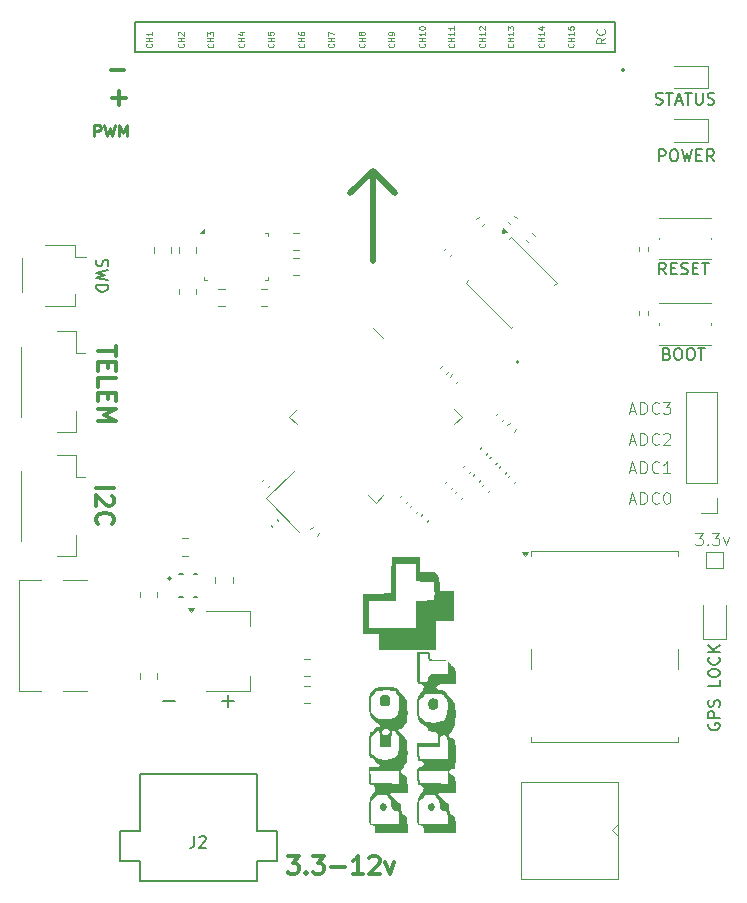
<source format=gbr>
G04 #@! TF.GenerationSoftware,KiCad,Pcbnew,8.0.4*
G04 #@! TF.CreationDate,2024-08-14T20:28:55-04:00*
G04 #@! TF.ProjectId,RP2350_80QFN_minimal,52503233-3530-45f3-9830-51464e5f6d69,REV3*
G04 #@! TF.SameCoordinates,Original*
G04 #@! TF.FileFunction,Legend,Top*
G04 #@! TF.FilePolarity,Positive*
%FSLAX46Y46*%
G04 Gerber Fmt 4.6, Leading zero omitted, Abs format (unit mm)*
G04 Created by KiCad (PCBNEW 8.0.4) date 2024-08-14 20:28:55*
%MOMM*%
%LPD*%
G01*
G04 APERTURE LIST*
%ADD10C,0.500000*%
%ADD11C,0.300000*%
%ADD12C,0.125000*%
%ADD13C,0.250000*%
%ADD14C,0.093750*%
%ADD15C,0.150000*%
%ADD16C,0.000000*%
%ADD17C,0.120000*%
%ADD18C,0.200000*%
%ADD19C,0.127000*%
%ADD20C,0.100000*%
%ADD21C,0.191421*%
G04 APERTURE END LIST*
D10*
X149231923Y-75072690D02*
X149231923Y-67453642D01*
X147327161Y-69358404D02*
X149231923Y-67453642D01*
X149231923Y-67453642D02*
X151136685Y-69358404D01*
D11*
X142011653Y-125500828D02*
X142940225Y-125500828D01*
X142940225Y-125500828D02*
X142440225Y-126072257D01*
X142440225Y-126072257D02*
X142654510Y-126072257D01*
X142654510Y-126072257D02*
X142797368Y-126143685D01*
X142797368Y-126143685D02*
X142868796Y-126215114D01*
X142868796Y-126215114D02*
X142940225Y-126357971D01*
X142940225Y-126357971D02*
X142940225Y-126715114D01*
X142940225Y-126715114D02*
X142868796Y-126857971D01*
X142868796Y-126857971D02*
X142797368Y-126929400D01*
X142797368Y-126929400D02*
X142654510Y-127000828D01*
X142654510Y-127000828D02*
X142225939Y-127000828D01*
X142225939Y-127000828D02*
X142083082Y-126929400D01*
X142083082Y-126929400D02*
X142011653Y-126857971D01*
X143583081Y-126857971D02*
X143654510Y-126929400D01*
X143654510Y-126929400D02*
X143583081Y-127000828D01*
X143583081Y-127000828D02*
X143511653Y-126929400D01*
X143511653Y-126929400D02*
X143583081Y-126857971D01*
X143583081Y-126857971D02*
X143583081Y-127000828D01*
X144154510Y-125500828D02*
X145083082Y-125500828D01*
X145083082Y-125500828D02*
X144583082Y-126072257D01*
X144583082Y-126072257D02*
X144797367Y-126072257D01*
X144797367Y-126072257D02*
X144940225Y-126143685D01*
X144940225Y-126143685D02*
X145011653Y-126215114D01*
X145011653Y-126215114D02*
X145083082Y-126357971D01*
X145083082Y-126357971D02*
X145083082Y-126715114D01*
X145083082Y-126715114D02*
X145011653Y-126857971D01*
X145011653Y-126857971D02*
X144940225Y-126929400D01*
X144940225Y-126929400D02*
X144797367Y-127000828D01*
X144797367Y-127000828D02*
X144368796Y-127000828D01*
X144368796Y-127000828D02*
X144225939Y-126929400D01*
X144225939Y-126929400D02*
X144154510Y-126857971D01*
X145725938Y-126429400D02*
X146868796Y-126429400D01*
X148368796Y-127000828D02*
X147511653Y-127000828D01*
X147940224Y-127000828D02*
X147940224Y-125500828D01*
X147940224Y-125500828D02*
X147797367Y-125715114D01*
X147797367Y-125715114D02*
X147654510Y-125857971D01*
X147654510Y-125857971D02*
X147511653Y-125929400D01*
X148940224Y-125643685D02*
X149011652Y-125572257D01*
X149011652Y-125572257D02*
X149154510Y-125500828D01*
X149154510Y-125500828D02*
X149511652Y-125500828D01*
X149511652Y-125500828D02*
X149654510Y-125572257D01*
X149654510Y-125572257D02*
X149725938Y-125643685D01*
X149725938Y-125643685D02*
X149797367Y-125786542D01*
X149797367Y-125786542D02*
X149797367Y-125929400D01*
X149797367Y-125929400D02*
X149725938Y-126143685D01*
X149725938Y-126143685D02*
X148868795Y-127000828D01*
X148868795Y-127000828D02*
X149797367Y-127000828D01*
X150297366Y-126000828D02*
X150654509Y-127000828D01*
X150654509Y-127000828D02*
X151011652Y-126000828D01*
D12*
X176525093Y-98171119D02*
X177144140Y-98171119D01*
X177144140Y-98171119D02*
X176810807Y-98552071D01*
X176810807Y-98552071D02*
X176953664Y-98552071D01*
X176953664Y-98552071D02*
X177048902Y-98599690D01*
X177048902Y-98599690D02*
X177096521Y-98647309D01*
X177096521Y-98647309D02*
X177144140Y-98742547D01*
X177144140Y-98742547D02*
X177144140Y-98980642D01*
X177144140Y-98980642D02*
X177096521Y-99075880D01*
X177096521Y-99075880D02*
X177048902Y-99123500D01*
X177048902Y-99123500D02*
X176953664Y-99171119D01*
X176953664Y-99171119D02*
X176667950Y-99171119D01*
X176667950Y-99171119D02*
X176572712Y-99123500D01*
X176572712Y-99123500D02*
X176525093Y-99075880D01*
X177572712Y-99075880D02*
X177620331Y-99123500D01*
X177620331Y-99123500D02*
X177572712Y-99171119D01*
X177572712Y-99171119D02*
X177525093Y-99123500D01*
X177525093Y-99123500D02*
X177572712Y-99075880D01*
X177572712Y-99075880D02*
X177572712Y-99171119D01*
X177953664Y-98171119D02*
X178572711Y-98171119D01*
X178572711Y-98171119D02*
X178239378Y-98552071D01*
X178239378Y-98552071D02*
X178382235Y-98552071D01*
X178382235Y-98552071D02*
X178477473Y-98599690D01*
X178477473Y-98599690D02*
X178525092Y-98647309D01*
X178525092Y-98647309D02*
X178572711Y-98742547D01*
X178572711Y-98742547D02*
X178572711Y-98980642D01*
X178572711Y-98980642D02*
X178525092Y-99075880D01*
X178525092Y-99075880D02*
X178477473Y-99123500D01*
X178477473Y-99123500D02*
X178382235Y-99171119D01*
X178382235Y-99171119D02*
X178096521Y-99171119D01*
X178096521Y-99171119D02*
X178001283Y-99123500D01*
X178001283Y-99123500D02*
X177953664Y-99075880D01*
X178906045Y-98504452D02*
X179144140Y-99171119D01*
X179144140Y-99171119D02*
X179382235Y-98504452D01*
X170972712Y-87785404D02*
X171448902Y-87785404D01*
X170877474Y-88071119D02*
X171210807Y-87071119D01*
X171210807Y-87071119D02*
X171544140Y-88071119D01*
X171877474Y-88071119D02*
X171877474Y-87071119D01*
X171877474Y-87071119D02*
X172115569Y-87071119D01*
X172115569Y-87071119D02*
X172258426Y-87118738D01*
X172258426Y-87118738D02*
X172353664Y-87213976D01*
X172353664Y-87213976D02*
X172401283Y-87309214D01*
X172401283Y-87309214D02*
X172448902Y-87499690D01*
X172448902Y-87499690D02*
X172448902Y-87642547D01*
X172448902Y-87642547D02*
X172401283Y-87833023D01*
X172401283Y-87833023D02*
X172353664Y-87928261D01*
X172353664Y-87928261D02*
X172258426Y-88023500D01*
X172258426Y-88023500D02*
X172115569Y-88071119D01*
X172115569Y-88071119D02*
X171877474Y-88071119D01*
X173448902Y-87975880D02*
X173401283Y-88023500D01*
X173401283Y-88023500D02*
X173258426Y-88071119D01*
X173258426Y-88071119D02*
X173163188Y-88071119D01*
X173163188Y-88071119D02*
X173020331Y-88023500D01*
X173020331Y-88023500D02*
X172925093Y-87928261D01*
X172925093Y-87928261D02*
X172877474Y-87833023D01*
X172877474Y-87833023D02*
X172829855Y-87642547D01*
X172829855Y-87642547D02*
X172829855Y-87499690D01*
X172829855Y-87499690D02*
X172877474Y-87309214D01*
X172877474Y-87309214D02*
X172925093Y-87213976D01*
X172925093Y-87213976D02*
X173020331Y-87118738D01*
X173020331Y-87118738D02*
X173163188Y-87071119D01*
X173163188Y-87071119D02*
X173258426Y-87071119D01*
X173258426Y-87071119D02*
X173401283Y-87118738D01*
X173401283Y-87118738D02*
X173448902Y-87166357D01*
X173782236Y-87071119D02*
X174401283Y-87071119D01*
X174401283Y-87071119D02*
X174067950Y-87452071D01*
X174067950Y-87452071D02*
X174210807Y-87452071D01*
X174210807Y-87452071D02*
X174306045Y-87499690D01*
X174306045Y-87499690D02*
X174353664Y-87547309D01*
X174353664Y-87547309D02*
X174401283Y-87642547D01*
X174401283Y-87642547D02*
X174401283Y-87880642D01*
X174401283Y-87880642D02*
X174353664Y-87975880D01*
X174353664Y-87975880D02*
X174306045Y-88023500D01*
X174306045Y-88023500D02*
X174210807Y-88071119D01*
X174210807Y-88071119D02*
X173925093Y-88071119D01*
X173925093Y-88071119D02*
X173829855Y-88023500D01*
X173829855Y-88023500D02*
X173782236Y-87975880D01*
X170972712Y-90385404D02*
X171448902Y-90385404D01*
X170877474Y-90671119D02*
X171210807Y-89671119D01*
X171210807Y-89671119D02*
X171544140Y-90671119D01*
X171877474Y-90671119D02*
X171877474Y-89671119D01*
X171877474Y-89671119D02*
X172115569Y-89671119D01*
X172115569Y-89671119D02*
X172258426Y-89718738D01*
X172258426Y-89718738D02*
X172353664Y-89813976D01*
X172353664Y-89813976D02*
X172401283Y-89909214D01*
X172401283Y-89909214D02*
X172448902Y-90099690D01*
X172448902Y-90099690D02*
X172448902Y-90242547D01*
X172448902Y-90242547D02*
X172401283Y-90433023D01*
X172401283Y-90433023D02*
X172353664Y-90528261D01*
X172353664Y-90528261D02*
X172258426Y-90623500D01*
X172258426Y-90623500D02*
X172115569Y-90671119D01*
X172115569Y-90671119D02*
X171877474Y-90671119D01*
X173448902Y-90575880D02*
X173401283Y-90623500D01*
X173401283Y-90623500D02*
X173258426Y-90671119D01*
X173258426Y-90671119D02*
X173163188Y-90671119D01*
X173163188Y-90671119D02*
X173020331Y-90623500D01*
X173020331Y-90623500D02*
X172925093Y-90528261D01*
X172925093Y-90528261D02*
X172877474Y-90433023D01*
X172877474Y-90433023D02*
X172829855Y-90242547D01*
X172829855Y-90242547D02*
X172829855Y-90099690D01*
X172829855Y-90099690D02*
X172877474Y-89909214D01*
X172877474Y-89909214D02*
X172925093Y-89813976D01*
X172925093Y-89813976D02*
X173020331Y-89718738D01*
X173020331Y-89718738D02*
X173163188Y-89671119D01*
X173163188Y-89671119D02*
X173258426Y-89671119D01*
X173258426Y-89671119D02*
X173401283Y-89718738D01*
X173401283Y-89718738D02*
X173448902Y-89766357D01*
X173829855Y-89766357D02*
X173877474Y-89718738D01*
X173877474Y-89718738D02*
X173972712Y-89671119D01*
X173972712Y-89671119D02*
X174210807Y-89671119D01*
X174210807Y-89671119D02*
X174306045Y-89718738D01*
X174306045Y-89718738D02*
X174353664Y-89766357D01*
X174353664Y-89766357D02*
X174401283Y-89861595D01*
X174401283Y-89861595D02*
X174401283Y-89956833D01*
X174401283Y-89956833D02*
X174353664Y-90099690D01*
X174353664Y-90099690D02*
X173782236Y-90671119D01*
X173782236Y-90671119D02*
X174401283Y-90671119D01*
X170972712Y-92785404D02*
X171448902Y-92785404D01*
X170877474Y-93071119D02*
X171210807Y-92071119D01*
X171210807Y-92071119D02*
X171544140Y-93071119D01*
X171877474Y-93071119D02*
X171877474Y-92071119D01*
X171877474Y-92071119D02*
X172115569Y-92071119D01*
X172115569Y-92071119D02*
X172258426Y-92118738D01*
X172258426Y-92118738D02*
X172353664Y-92213976D01*
X172353664Y-92213976D02*
X172401283Y-92309214D01*
X172401283Y-92309214D02*
X172448902Y-92499690D01*
X172448902Y-92499690D02*
X172448902Y-92642547D01*
X172448902Y-92642547D02*
X172401283Y-92833023D01*
X172401283Y-92833023D02*
X172353664Y-92928261D01*
X172353664Y-92928261D02*
X172258426Y-93023500D01*
X172258426Y-93023500D02*
X172115569Y-93071119D01*
X172115569Y-93071119D02*
X171877474Y-93071119D01*
X173448902Y-92975880D02*
X173401283Y-93023500D01*
X173401283Y-93023500D02*
X173258426Y-93071119D01*
X173258426Y-93071119D02*
X173163188Y-93071119D01*
X173163188Y-93071119D02*
X173020331Y-93023500D01*
X173020331Y-93023500D02*
X172925093Y-92928261D01*
X172925093Y-92928261D02*
X172877474Y-92833023D01*
X172877474Y-92833023D02*
X172829855Y-92642547D01*
X172829855Y-92642547D02*
X172829855Y-92499690D01*
X172829855Y-92499690D02*
X172877474Y-92309214D01*
X172877474Y-92309214D02*
X172925093Y-92213976D01*
X172925093Y-92213976D02*
X173020331Y-92118738D01*
X173020331Y-92118738D02*
X173163188Y-92071119D01*
X173163188Y-92071119D02*
X173258426Y-92071119D01*
X173258426Y-92071119D02*
X173401283Y-92118738D01*
X173401283Y-92118738D02*
X173448902Y-92166357D01*
X174401283Y-93071119D02*
X173829855Y-93071119D01*
X174115569Y-93071119D02*
X174115569Y-92071119D01*
X174115569Y-92071119D02*
X174020331Y-92213976D01*
X174020331Y-92213976D02*
X173925093Y-92309214D01*
X173925093Y-92309214D02*
X173829855Y-92356833D01*
X170972712Y-95385404D02*
X171448902Y-95385404D01*
X170877474Y-95671119D02*
X171210807Y-94671119D01*
X171210807Y-94671119D02*
X171544140Y-95671119D01*
X171877474Y-95671119D02*
X171877474Y-94671119D01*
X171877474Y-94671119D02*
X172115569Y-94671119D01*
X172115569Y-94671119D02*
X172258426Y-94718738D01*
X172258426Y-94718738D02*
X172353664Y-94813976D01*
X172353664Y-94813976D02*
X172401283Y-94909214D01*
X172401283Y-94909214D02*
X172448902Y-95099690D01*
X172448902Y-95099690D02*
X172448902Y-95242547D01*
X172448902Y-95242547D02*
X172401283Y-95433023D01*
X172401283Y-95433023D02*
X172353664Y-95528261D01*
X172353664Y-95528261D02*
X172258426Y-95623500D01*
X172258426Y-95623500D02*
X172115569Y-95671119D01*
X172115569Y-95671119D02*
X171877474Y-95671119D01*
X173448902Y-95575880D02*
X173401283Y-95623500D01*
X173401283Y-95623500D02*
X173258426Y-95671119D01*
X173258426Y-95671119D02*
X173163188Y-95671119D01*
X173163188Y-95671119D02*
X173020331Y-95623500D01*
X173020331Y-95623500D02*
X172925093Y-95528261D01*
X172925093Y-95528261D02*
X172877474Y-95433023D01*
X172877474Y-95433023D02*
X172829855Y-95242547D01*
X172829855Y-95242547D02*
X172829855Y-95099690D01*
X172829855Y-95099690D02*
X172877474Y-94909214D01*
X172877474Y-94909214D02*
X172925093Y-94813976D01*
X172925093Y-94813976D02*
X173020331Y-94718738D01*
X173020331Y-94718738D02*
X173163188Y-94671119D01*
X173163188Y-94671119D02*
X173258426Y-94671119D01*
X173258426Y-94671119D02*
X173401283Y-94718738D01*
X173401283Y-94718738D02*
X173448902Y-94766357D01*
X174067950Y-94671119D02*
X174163188Y-94671119D01*
X174163188Y-94671119D02*
X174258426Y-94718738D01*
X174258426Y-94718738D02*
X174306045Y-94766357D01*
X174306045Y-94766357D02*
X174353664Y-94861595D01*
X174353664Y-94861595D02*
X174401283Y-95052071D01*
X174401283Y-95052071D02*
X174401283Y-95290166D01*
X174401283Y-95290166D02*
X174353664Y-95480642D01*
X174353664Y-95480642D02*
X174306045Y-95575880D01*
X174306045Y-95575880D02*
X174258426Y-95623500D01*
X174258426Y-95623500D02*
X174163188Y-95671119D01*
X174163188Y-95671119D02*
X174067950Y-95671119D01*
X174067950Y-95671119D02*
X173972712Y-95623500D01*
X173972712Y-95623500D02*
X173925093Y-95575880D01*
X173925093Y-95575880D02*
X173877474Y-95480642D01*
X173877474Y-95480642D02*
X173829855Y-95290166D01*
X173829855Y-95290166D02*
X173829855Y-95052071D01*
X173829855Y-95052071D02*
X173877474Y-94861595D01*
X173877474Y-94861595D02*
X173925093Y-94766357D01*
X173925093Y-94766357D02*
X173972712Y-94718738D01*
X173972712Y-94718738D02*
X174067950Y-94671119D01*
D13*
X125602568Y-64564619D02*
X125602568Y-63564619D01*
X125602568Y-63564619D02*
X125983520Y-63564619D01*
X125983520Y-63564619D02*
X126078758Y-63612238D01*
X126078758Y-63612238D02*
X126126377Y-63659857D01*
X126126377Y-63659857D02*
X126173996Y-63755095D01*
X126173996Y-63755095D02*
X126173996Y-63897952D01*
X126173996Y-63897952D02*
X126126377Y-63993190D01*
X126126377Y-63993190D02*
X126078758Y-64040809D01*
X126078758Y-64040809D02*
X125983520Y-64088428D01*
X125983520Y-64088428D02*
X125602568Y-64088428D01*
X126507330Y-63564619D02*
X126745425Y-64564619D01*
X126745425Y-64564619D02*
X126935901Y-63850333D01*
X126935901Y-63850333D02*
X127126377Y-64564619D01*
X127126377Y-64564619D02*
X127364473Y-63564619D01*
X127745425Y-64564619D02*
X127745425Y-63564619D01*
X127745425Y-63564619D02*
X128078758Y-64278904D01*
X128078758Y-64278904D02*
X128412091Y-63564619D01*
X128412091Y-63564619D02*
X128412091Y-64564619D01*
D11*
X127154510Y-61329400D02*
X128297368Y-61329400D01*
X127725939Y-61900828D02*
X127725939Y-60757971D01*
X127054510Y-58929400D02*
X128197368Y-58929400D01*
D12*
X166184690Y-56713002D02*
X166208500Y-56736811D01*
X166208500Y-56736811D02*
X166232309Y-56808240D01*
X166232309Y-56808240D02*
X166232309Y-56855859D01*
X166232309Y-56855859D02*
X166208500Y-56927287D01*
X166208500Y-56927287D02*
X166160880Y-56974906D01*
X166160880Y-56974906D02*
X166113261Y-56998716D01*
X166113261Y-56998716D02*
X166018023Y-57022525D01*
X166018023Y-57022525D02*
X165946595Y-57022525D01*
X165946595Y-57022525D02*
X165851357Y-56998716D01*
X165851357Y-56998716D02*
X165803738Y-56974906D01*
X165803738Y-56974906D02*
X165756119Y-56927287D01*
X165756119Y-56927287D02*
X165732309Y-56855859D01*
X165732309Y-56855859D02*
X165732309Y-56808240D01*
X165732309Y-56808240D02*
X165756119Y-56736811D01*
X165756119Y-56736811D02*
X165779928Y-56713002D01*
X166232309Y-56498716D02*
X165732309Y-56498716D01*
X165970404Y-56498716D02*
X165970404Y-56213002D01*
X166232309Y-56213002D02*
X165732309Y-56213002D01*
X166232309Y-55713001D02*
X166232309Y-55998715D01*
X166232309Y-55855858D02*
X165732309Y-55855858D01*
X165732309Y-55855858D02*
X165803738Y-55903477D01*
X165803738Y-55903477D02*
X165851357Y-55951096D01*
X165851357Y-55951096D02*
X165875166Y-55998715D01*
X165732309Y-55260621D02*
X165732309Y-55498716D01*
X165732309Y-55498716D02*
X165970404Y-55522525D01*
X165970404Y-55522525D02*
X165946595Y-55498716D01*
X165946595Y-55498716D02*
X165922785Y-55451097D01*
X165922785Y-55451097D02*
X165922785Y-55332049D01*
X165922785Y-55332049D02*
X165946595Y-55284430D01*
X165946595Y-55284430D02*
X165970404Y-55260621D01*
X165970404Y-55260621D02*
X166018023Y-55236811D01*
X166018023Y-55236811D02*
X166137071Y-55236811D01*
X166137071Y-55236811D02*
X166184690Y-55260621D01*
X166184690Y-55260621D02*
X166208500Y-55284430D01*
X166208500Y-55284430D02*
X166232309Y-55332049D01*
X166232309Y-55332049D02*
X166232309Y-55451097D01*
X166232309Y-55451097D02*
X166208500Y-55498716D01*
X166208500Y-55498716D02*
X166184690Y-55522525D01*
X163684690Y-56713002D02*
X163708500Y-56736811D01*
X163708500Y-56736811D02*
X163732309Y-56808240D01*
X163732309Y-56808240D02*
X163732309Y-56855859D01*
X163732309Y-56855859D02*
X163708500Y-56927287D01*
X163708500Y-56927287D02*
X163660880Y-56974906D01*
X163660880Y-56974906D02*
X163613261Y-56998716D01*
X163613261Y-56998716D02*
X163518023Y-57022525D01*
X163518023Y-57022525D02*
X163446595Y-57022525D01*
X163446595Y-57022525D02*
X163351357Y-56998716D01*
X163351357Y-56998716D02*
X163303738Y-56974906D01*
X163303738Y-56974906D02*
X163256119Y-56927287D01*
X163256119Y-56927287D02*
X163232309Y-56855859D01*
X163232309Y-56855859D02*
X163232309Y-56808240D01*
X163232309Y-56808240D02*
X163256119Y-56736811D01*
X163256119Y-56736811D02*
X163279928Y-56713002D01*
X163732309Y-56498716D02*
X163232309Y-56498716D01*
X163470404Y-56498716D02*
X163470404Y-56213002D01*
X163732309Y-56213002D02*
X163232309Y-56213002D01*
X163732309Y-55713001D02*
X163732309Y-55998715D01*
X163732309Y-55855858D02*
X163232309Y-55855858D01*
X163232309Y-55855858D02*
X163303738Y-55903477D01*
X163303738Y-55903477D02*
X163351357Y-55951096D01*
X163351357Y-55951096D02*
X163375166Y-55998715D01*
X163398976Y-55284430D02*
X163732309Y-55284430D01*
X163208500Y-55403478D02*
X163565642Y-55522525D01*
X163565642Y-55522525D02*
X163565642Y-55213002D01*
X161084690Y-56713002D02*
X161108500Y-56736811D01*
X161108500Y-56736811D02*
X161132309Y-56808240D01*
X161132309Y-56808240D02*
X161132309Y-56855859D01*
X161132309Y-56855859D02*
X161108500Y-56927287D01*
X161108500Y-56927287D02*
X161060880Y-56974906D01*
X161060880Y-56974906D02*
X161013261Y-56998716D01*
X161013261Y-56998716D02*
X160918023Y-57022525D01*
X160918023Y-57022525D02*
X160846595Y-57022525D01*
X160846595Y-57022525D02*
X160751357Y-56998716D01*
X160751357Y-56998716D02*
X160703738Y-56974906D01*
X160703738Y-56974906D02*
X160656119Y-56927287D01*
X160656119Y-56927287D02*
X160632309Y-56855859D01*
X160632309Y-56855859D02*
X160632309Y-56808240D01*
X160632309Y-56808240D02*
X160656119Y-56736811D01*
X160656119Y-56736811D02*
X160679928Y-56713002D01*
X161132309Y-56498716D02*
X160632309Y-56498716D01*
X160870404Y-56498716D02*
X160870404Y-56213002D01*
X161132309Y-56213002D02*
X160632309Y-56213002D01*
X161132309Y-55713001D02*
X161132309Y-55998715D01*
X161132309Y-55855858D02*
X160632309Y-55855858D01*
X160632309Y-55855858D02*
X160703738Y-55903477D01*
X160703738Y-55903477D02*
X160751357Y-55951096D01*
X160751357Y-55951096D02*
X160775166Y-55998715D01*
X160632309Y-55546335D02*
X160632309Y-55236811D01*
X160632309Y-55236811D02*
X160822785Y-55403478D01*
X160822785Y-55403478D02*
X160822785Y-55332049D01*
X160822785Y-55332049D02*
X160846595Y-55284430D01*
X160846595Y-55284430D02*
X160870404Y-55260621D01*
X160870404Y-55260621D02*
X160918023Y-55236811D01*
X160918023Y-55236811D02*
X161037071Y-55236811D01*
X161037071Y-55236811D02*
X161084690Y-55260621D01*
X161084690Y-55260621D02*
X161108500Y-55284430D01*
X161108500Y-55284430D02*
X161132309Y-55332049D01*
X161132309Y-55332049D02*
X161132309Y-55474906D01*
X161132309Y-55474906D02*
X161108500Y-55522525D01*
X161108500Y-55522525D02*
X161084690Y-55546335D01*
X158684690Y-56713002D02*
X158708500Y-56736811D01*
X158708500Y-56736811D02*
X158732309Y-56808240D01*
X158732309Y-56808240D02*
X158732309Y-56855859D01*
X158732309Y-56855859D02*
X158708500Y-56927287D01*
X158708500Y-56927287D02*
X158660880Y-56974906D01*
X158660880Y-56974906D02*
X158613261Y-56998716D01*
X158613261Y-56998716D02*
X158518023Y-57022525D01*
X158518023Y-57022525D02*
X158446595Y-57022525D01*
X158446595Y-57022525D02*
X158351357Y-56998716D01*
X158351357Y-56998716D02*
X158303738Y-56974906D01*
X158303738Y-56974906D02*
X158256119Y-56927287D01*
X158256119Y-56927287D02*
X158232309Y-56855859D01*
X158232309Y-56855859D02*
X158232309Y-56808240D01*
X158232309Y-56808240D02*
X158256119Y-56736811D01*
X158256119Y-56736811D02*
X158279928Y-56713002D01*
X158732309Y-56498716D02*
X158232309Y-56498716D01*
X158470404Y-56498716D02*
X158470404Y-56213002D01*
X158732309Y-56213002D02*
X158232309Y-56213002D01*
X158732309Y-55713001D02*
X158732309Y-55998715D01*
X158732309Y-55855858D02*
X158232309Y-55855858D01*
X158232309Y-55855858D02*
X158303738Y-55903477D01*
X158303738Y-55903477D02*
X158351357Y-55951096D01*
X158351357Y-55951096D02*
X158375166Y-55998715D01*
X158279928Y-55522525D02*
X158256119Y-55498716D01*
X158256119Y-55498716D02*
X158232309Y-55451097D01*
X158232309Y-55451097D02*
X158232309Y-55332049D01*
X158232309Y-55332049D02*
X158256119Y-55284430D01*
X158256119Y-55284430D02*
X158279928Y-55260621D01*
X158279928Y-55260621D02*
X158327547Y-55236811D01*
X158327547Y-55236811D02*
X158375166Y-55236811D01*
X158375166Y-55236811D02*
X158446595Y-55260621D01*
X158446595Y-55260621D02*
X158732309Y-55546335D01*
X158732309Y-55546335D02*
X158732309Y-55236811D01*
X156084690Y-56713002D02*
X156108500Y-56736811D01*
X156108500Y-56736811D02*
X156132309Y-56808240D01*
X156132309Y-56808240D02*
X156132309Y-56855859D01*
X156132309Y-56855859D02*
X156108500Y-56927287D01*
X156108500Y-56927287D02*
X156060880Y-56974906D01*
X156060880Y-56974906D02*
X156013261Y-56998716D01*
X156013261Y-56998716D02*
X155918023Y-57022525D01*
X155918023Y-57022525D02*
X155846595Y-57022525D01*
X155846595Y-57022525D02*
X155751357Y-56998716D01*
X155751357Y-56998716D02*
X155703738Y-56974906D01*
X155703738Y-56974906D02*
X155656119Y-56927287D01*
X155656119Y-56927287D02*
X155632309Y-56855859D01*
X155632309Y-56855859D02*
X155632309Y-56808240D01*
X155632309Y-56808240D02*
X155656119Y-56736811D01*
X155656119Y-56736811D02*
X155679928Y-56713002D01*
X156132309Y-56498716D02*
X155632309Y-56498716D01*
X155870404Y-56498716D02*
X155870404Y-56213002D01*
X156132309Y-56213002D02*
X155632309Y-56213002D01*
X156132309Y-55713001D02*
X156132309Y-55998715D01*
X156132309Y-55855858D02*
X155632309Y-55855858D01*
X155632309Y-55855858D02*
X155703738Y-55903477D01*
X155703738Y-55903477D02*
X155751357Y-55951096D01*
X155751357Y-55951096D02*
X155775166Y-55998715D01*
X156132309Y-55236811D02*
X156132309Y-55522525D01*
X156132309Y-55379668D02*
X155632309Y-55379668D01*
X155632309Y-55379668D02*
X155703738Y-55427287D01*
X155703738Y-55427287D02*
X155751357Y-55474906D01*
X155751357Y-55474906D02*
X155775166Y-55522525D01*
X153584690Y-56713002D02*
X153608500Y-56736811D01*
X153608500Y-56736811D02*
X153632309Y-56808240D01*
X153632309Y-56808240D02*
X153632309Y-56855859D01*
X153632309Y-56855859D02*
X153608500Y-56927287D01*
X153608500Y-56927287D02*
X153560880Y-56974906D01*
X153560880Y-56974906D02*
X153513261Y-56998716D01*
X153513261Y-56998716D02*
X153418023Y-57022525D01*
X153418023Y-57022525D02*
X153346595Y-57022525D01*
X153346595Y-57022525D02*
X153251357Y-56998716D01*
X153251357Y-56998716D02*
X153203738Y-56974906D01*
X153203738Y-56974906D02*
X153156119Y-56927287D01*
X153156119Y-56927287D02*
X153132309Y-56855859D01*
X153132309Y-56855859D02*
X153132309Y-56808240D01*
X153132309Y-56808240D02*
X153156119Y-56736811D01*
X153156119Y-56736811D02*
X153179928Y-56713002D01*
X153632309Y-56498716D02*
X153132309Y-56498716D01*
X153370404Y-56498716D02*
X153370404Y-56213002D01*
X153632309Y-56213002D02*
X153132309Y-56213002D01*
X153632309Y-55713001D02*
X153632309Y-55998715D01*
X153632309Y-55855858D02*
X153132309Y-55855858D01*
X153132309Y-55855858D02*
X153203738Y-55903477D01*
X153203738Y-55903477D02*
X153251357Y-55951096D01*
X153251357Y-55951096D02*
X153275166Y-55998715D01*
X153132309Y-55403478D02*
X153132309Y-55355859D01*
X153132309Y-55355859D02*
X153156119Y-55308240D01*
X153156119Y-55308240D02*
X153179928Y-55284430D01*
X153179928Y-55284430D02*
X153227547Y-55260621D01*
X153227547Y-55260621D02*
X153322785Y-55236811D01*
X153322785Y-55236811D02*
X153441833Y-55236811D01*
X153441833Y-55236811D02*
X153537071Y-55260621D01*
X153537071Y-55260621D02*
X153584690Y-55284430D01*
X153584690Y-55284430D02*
X153608500Y-55308240D01*
X153608500Y-55308240D02*
X153632309Y-55355859D01*
X153632309Y-55355859D02*
X153632309Y-55403478D01*
X153632309Y-55403478D02*
X153608500Y-55451097D01*
X153608500Y-55451097D02*
X153584690Y-55474906D01*
X153584690Y-55474906D02*
X153537071Y-55498716D01*
X153537071Y-55498716D02*
X153441833Y-55522525D01*
X153441833Y-55522525D02*
X153322785Y-55522525D01*
X153322785Y-55522525D02*
X153227547Y-55498716D01*
X153227547Y-55498716D02*
X153179928Y-55474906D01*
X153179928Y-55474906D02*
X153156119Y-55451097D01*
X153156119Y-55451097D02*
X153132309Y-55403478D01*
X150984690Y-56713002D02*
X151008500Y-56736811D01*
X151008500Y-56736811D02*
X151032309Y-56808240D01*
X151032309Y-56808240D02*
X151032309Y-56855859D01*
X151032309Y-56855859D02*
X151008500Y-56927287D01*
X151008500Y-56927287D02*
X150960880Y-56974906D01*
X150960880Y-56974906D02*
X150913261Y-56998716D01*
X150913261Y-56998716D02*
X150818023Y-57022525D01*
X150818023Y-57022525D02*
X150746595Y-57022525D01*
X150746595Y-57022525D02*
X150651357Y-56998716D01*
X150651357Y-56998716D02*
X150603738Y-56974906D01*
X150603738Y-56974906D02*
X150556119Y-56927287D01*
X150556119Y-56927287D02*
X150532309Y-56855859D01*
X150532309Y-56855859D02*
X150532309Y-56808240D01*
X150532309Y-56808240D02*
X150556119Y-56736811D01*
X150556119Y-56736811D02*
X150579928Y-56713002D01*
X151032309Y-56498716D02*
X150532309Y-56498716D01*
X150770404Y-56498716D02*
X150770404Y-56213002D01*
X151032309Y-56213002D02*
X150532309Y-56213002D01*
X151032309Y-55951096D02*
X151032309Y-55855858D01*
X151032309Y-55855858D02*
X151008500Y-55808239D01*
X151008500Y-55808239D02*
X150984690Y-55784430D01*
X150984690Y-55784430D02*
X150913261Y-55736811D01*
X150913261Y-55736811D02*
X150818023Y-55713001D01*
X150818023Y-55713001D02*
X150627547Y-55713001D01*
X150627547Y-55713001D02*
X150579928Y-55736811D01*
X150579928Y-55736811D02*
X150556119Y-55760620D01*
X150556119Y-55760620D02*
X150532309Y-55808239D01*
X150532309Y-55808239D02*
X150532309Y-55903477D01*
X150532309Y-55903477D02*
X150556119Y-55951096D01*
X150556119Y-55951096D02*
X150579928Y-55974906D01*
X150579928Y-55974906D02*
X150627547Y-55998715D01*
X150627547Y-55998715D02*
X150746595Y-55998715D01*
X150746595Y-55998715D02*
X150794214Y-55974906D01*
X150794214Y-55974906D02*
X150818023Y-55951096D01*
X150818023Y-55951096D02*
X150841833Y-55903477D01*
X150841833Y-55903477D02*
X150841833Y-55808239D01*
X150841833Y-55808239D02*
X150818023Y-55760620D01*
X150818023Y-55760620D02*
X150794214Y-55736811D01*
X150794214Y-55736811D02*
X150746595Y-55713001D01*
X148484690Y-56713002D02*
X148508500Y-56736811D01*
X148508500Y-56736811D02*
X148532309Y-56808240D01*
X148532309Y-56808240D02*
X148532309Y-56855859D01*
X148532309Y-56855859D02*
X148508500Y-56927287D01*
X148508500Y-56927287D02*
X148460880Y-56974906D01*
X148460880Y-56974906D02*
X148413261Y-56998716D01*
X148413261Y-56998716D02*
X148318023Y-57022525D01*
X148318023Y-57022525D02*
X148246595Y-57022525D01*
X148246595Y-57022525D02*
X148151357Y-56998716D01*
X148151357Y-56998716D02*
X148103738Y-56974906D01*
X148103738Y-56974906D02*
X148056119Y-56927287D01*
X148056119Y-56927287D02*
X148032309Y-56855859D01*
X148032309Y-56855859D02*
X148032309Y-56808240D01*
X148032309Y-56808240D02*
X148056119Y-56736811D01*
X148056119Y-56736811D02*
X148079928Y-56713002D01*
X148532309Y-56498716D02*
X148032309Y-56498716D01*
X148270404Y-56498716D02*
X148270404Y-56213002D01*
X148532309Y-56213002D02*
X148032309Y-56213002D01*
X148246595Y-55903477D02*
X148222785Y-55951096D01*
X148222785Y-55951096D02*
X148198976Y-55974906D01*
X148198976Y-55974906D02*
X148151357Y-55998715D01*
X148151357Y-55998715D02*
X148127547Y-55998715D01*
X148127547Y-55998715D02*
X148079928Y-55974906D01*
X148079928Y-55974906D02*
X148056119Y-55951096D01*
X148056119Y-55951096D02*
X148032309Y-55903477D01*
X148032309Y-55903477D02*
X148032309Y-55808239D01*
X148032309Y-55808239D02*
X148056119Y-55760620D01*
X148056119Y-55760620D02*
X148079928Y-55736811D01*
X148079928Y-55736811D02*
X148127547Y-55713001D01*
X148127547Y-55713001D02*
X148151357Y-55713001D01*
X148151357Y-55713001D02*
X148198976Y-55736811D01*
X148198976Y-55736811D02*
X148222785Y-55760620D01*
X148222785Y-55760620D02*
X148246595Y-55808239D01*
X148246595Y-55808239D02*
X148246595Y-55903477D01*
X148246595Y-55903477D02*
X148270404Y-55951096D01*
X148270404Y-55951096D02*
X148294214Y-55974906D01*
X148294214Y-55974906D02*
X148341833Y-55998715D01*
X148341833Y-55998715D02*
X148437071Y-55998715D01*
X148437071Y-55998715D02*
X148484690Y-55974906D01*
X148484690Y-55974906D02*
X148508500Y-55951096D01*
X148508500Y-55951096D02*
X148532309Y-55903477D01*
X148532309Y-55903477D02*
X148532309Y-55808239D01*
X148532309Y-55808239D02*
X148508500Y-55760620D01*
X148508500Y-55760620D02*
X148484690Y-55736811D01*
X148484690Y-55736811D02*
X148437071Y-55713001D01*
X148437071Y-55713001D02*
X148341833Y-55713001D01*
X148341833Y-55713001D02*
X148294214Y-55736811D01*
X148294214Y-55736811D02*
X148270404Y-55760620D01*
X148270404Y-55760620D02*
X148246595Y-55808239D01*
X145884690Y-56713002D02*
X145908500Y-56736811D01*
X145908500Y-56736811D02*
X145932309Y-56808240D01*
X145932309Y-56808240D02*
X145932309Y-56855859D01*
X145932309Y-56855859D02*
X145908500Y-56927287D01*
X145908500Y-56927287D02*
X145860880Y-56974906D01*
X145860880Y-56974906D02*
X145813261Y-56998716D01*
X145813261Y-56998716D02*
X145718023Y-57022525D01*
X145718023Y-57022525D02*
X145646595Y-57022525D01*
X145646595Y-57022525D02*
X145551357Y-56998716D01*
X145551357Y-56998716D02*
X145503738Y-56974906D01*
X145503738Y-56974906D02*
X145456119Y-56927287D01*
X145456119Y-56927287D02*
X145432309Y-56855859D01*
X145432309Y-56855859D02*
X145432309Y-56808240D01*
X145432309Y-56808240D02*
X145456119Y-56736811D01*
X145456119Y-56736811D02*
X145479928Y-56713002D01*
X145932309Y-56498716D02*
X145432309Y-56498716D01*
X145670404Y-56498716D02*
X145670404Y-56213002D01*
X145932309Y-56213002D02*
X145432309Y-56213002D01*
X145432309Y-56022525D02*
X145432309Y-55689192D01*
X145432309Y-55689192D02*
X145932309Y-55903477D01*
X143384690Y-56713002D02*
X143408500Y-56736811D01*
X143408500Y-56736811D02*
X143432309Y-56808240D01*
X143432309Y-56808240D02*
X143432309Y-56855859D01*
X143432309Y-56855859D02*
X143408500Y-56927287D01*
X143408500Y-56927287D02*
X143360880Y-56974906D01*
X143360880Y-56974906D02*
X143313261Y-56998716D01*
X143313261Y-56998716D02*
X143218023Y-57022525D01*
X143218023Y-57022525D02*
X143146595Y-57022525D01*
X143146595Y-57022525D02*
X143051357Y-56998716D01*
X143051357Y-56998716D02*
X143003738Y-56974906D01*
X143003738Y-56974906D02*
X142956119Y-56927287D01*
X142956119Y-56927287D02*
X142932309Y-56855859D01*
X142932309Y-56855859D02*
X142932309Y-56808240D01*
X142932309Y-56808240D02*
X142956119Y-56736811D01*
X142956119Y-56736811D02*
X142979928Y-56713002D01*
X143432309Y-56498716D02*
X142932309Y-56498716D01*
X143170404Y-56498716D02*
X143170404Y-56213002D01*
X143432309Y-56213002D02*
X142932309Y-56213002D01*
X142932309Y-55760620D02*
X142932309Y-55855858D01*
X142932309Y-55855858D02*
X142956119Y-55903477D01*
X142956119Y-55903477D02*
X142979928Y-55927287D01*
X142979928Y-55927287D02*
X143051357Y-55974906D01*
X143051357Y-55974906D02*
X143146595Y-55998715D01*
X143146595Y-55998715D02*
X143337071Y-55998715D01*
X143337071Y-55998715D02*
X143384690Y-55974906D01*
X143384690Y-55974906D02*
X143408500Y-55951096D01*
X143408500Y-55951096D02*
X143432309Y-55903477D01*
X143432309Y-55903477D02*
X143432309Y-55808239D01*
X143432309Y-55808239D02*
X143408500Y-55760620D01*
X143408500Y-55760620D02*
X143384690Y-55736811D01*
X143384690Y-55736811D02*
X143337071Y-55713001D01*
X143337071Y-55713001D02*
X143218023Y-55713001D01*
X143218023Y-55713001D02*
X143170404Y-55736811D01*
X143170404Y-55736811D02*
X143146595Y-55760620D01*
X143146595Y-55760620D02*
X143122785Y-55808239D01*
X143122785Y-55808239D02*
X143122785Y-55903477D01*
X143122785Y-55903477D02*
X143146595Y-55951096D01*
X143146595Y-55951096D02*
X143170404Y-55974906D01*
X143170404Y-55974906D02*
X143218023Y-55998715D01*
X140779718Y-56713002D02*
X140803528Y-56736811D01*
X140803528Y-56736811D02*
X140827337Y-56808240D01*
X140827337Y-56808240D02*
X140827337Y-56855859D01*
X140827337Y-56855859D02*
X140803528Y-56927287D01*
X140803528Y-56927287D02*
X140755908Y-56974906D01*
X140755908Y-56974906D02*
X140708289Y-56998716D01*
X140708289Y-56998716D02*
X140613051Y-57022525D01*
X140613051Y-57022525D02*
X140541623Y-57022525D01*
X140541623Y-57022525D02*
X140446385Y-56998716D01*
X140446385Y-56998716D02*
X140398766Y-56974906D01*
X140398766Y-56974906D02*
X140351147Y-56927287D01*
X140351147Y-56927287D02*
X140327337Y-56855859D01*
X140327337Y-56855859D02*
X140327337Y-56808240D01*
X140327337Y-56808240D02*
X140351147Y-56736811D01*
X140351147Y-56736811D02*
X140374956Y-56713002D01*
X140827337Y-56498716D02*
X140327337Y-56498716D01*
X140565432Y-56498716D02*
X140565432Y-56213002D01*
X140827337Y-56213002D02*
X140327337Y-56213002D01*
X140327337Y-55736811D02*
X140327337Y-55974906D01*
X140327337Y-55974906D02*
X140565432Y-55998715D01*
X140565432Y-55998715D02*
X140541623Y-55974906D01*
X140541623Y-55974906D02*
X140517813Y-55927287D01*
X140517813Y-55927287D02*
X140517813Y-55808239D01*
X140517813Y-55808239D02*
X140541623Y-55760620D01*
X140541623Y-55760620D02*
X140565432Y-55736811D01*
X140565432Y-55736811D02*
X140613051Y-55713001D01*
X140613051Y-55713001D02*
X140732099Y-55713001D01*
X140732099Y-55713001D02*
X140779718Y-55736811D01*
X140779718Y-55736811D02*
X140803528Y-55760620D01*
X140803528Y-55760620D02*
X140827337Y-55808239D01*
X140827337Y-55808239D02*
X140827337Y-55927287D01*
X140827337Y-55927287D02*
X140803528Y-55974906D01*
X140803528Y-55974906D02*
X140779718Y-55998715D01*
X138284690Y-56713002D02*
X138308500Y-56736811D01*
X138308500Y-56736811D02*
X138332309Y-56808240D01*
X138332309Y-56808240D02*
X138332309Y-56855859D01*
X138332309Y-56855859D02*
X138308500Y-56927287D01*
X138308500Y-56927287D02*
X138260880Y-56974906D01*
X138260880Y-56974906D02*
X138213261Y-56998716D01*
X138213261Y-56998716D02*
X138118023Y-57022525D01*
X138118023Y-57022525D02*
X138046595Y-57022525D01*
X138046595Y-57022525D02*
X137951357Y-56998716D01*
X137951357Y-56998716D02*
X137903738Y-56974906D01*
X137903738Y-56974906D02*
X137856119Y-56927287D01*
X137856119Y-56927287D02*
X137832309Y-56855859D01*
X137832309Y-56855859D02*
X137832309Y-56808240D01*
X137832309Y-56808240D02*
X137856119Y-56736811D01*
X137856119Y-56736811D02*
X137879928Y-56713002D01*
X138332309Y-56498716D02*
X137832309Y-56498716D01*
X138070404Y-56498716D02*
X138070404Y-56213002D01*
X138332309Y-56213002D02*
X137832309Y-56213002D01*
X137998976Y-55760620D02*
X138332309Y-55760620D01*
X137808500Y-55879668D02*
X138165642Y-55998715D01*
X138165642Y-55998715D02*
X138165642Y-55689192D01*
X135679718Y-56713002D02*
X135703528Y-56736811D01*
X135703528Y-56736811D02*
X135727337Y-56808240D01*
X135727337Y-56808240D02*
X135727337Y-56855859D01*
X135727337Y-56855859D02*
X135703528Y-56927287D01*
X135703528Y-56927287D02*
X135655908Y-56974906D01*
X135655908Y-56974906D02*
X135608289Y-56998716D01*
X135608289Y-56998716D02*
X135513051Y-57022525D01*
X135513051Y-57022525D02*
X135441623Y-57022525D01*
X135441623Y-57022525D02*
X135346385Y-56998716D01*
X135346385Y-56998716D02*
X135298766Y-56974906D01*
X135298766Y-56974906D02*
X135251147Y-56927287D01*
X135251147Y-56927287D02*
X135227337Y-56855859D01*
X135227337Y-56855859D02*
X135227337Y-56808240D01*
X135227337Y-56808240D02*
X135251147Y-56736811D01*
X135251147Y-56736811D02*
X135274956Y-56713002D01*
X135727337Y-56498716D02*
X135227337Y-56498716D01*
X135465432Y-56498716D02*
X135465432Y-56213002D01*
X135727337Y-56213002D02*
X135227337Y-56213002D01*
X135227337Y-56022525D02*
X135227337Y-55713001D01*
X135227337Y-55713001D02*
X135417813Y-55879668D01*
X135417813Y-55879668D02*
X135417813Y-55808239D01*
X135417813Y-55808239D02*
X135441623Y-55760620D01*
X135441623Y-55760620D02*
X135465432Y-55736811D01*
X135465432Y-55736811D02*
X135513051Y-55713001D01*
X135513051Y-55713001D02*
X135632099Y-55713001D01*
X135632099Y-55713001D02*
X135679718Y-55736811D01*
X135679718Y-55736811D02*
X135703528Y-55760620D01*
X135703528Y-55760620D02*
X135727337Y-55808239D01*
X135727337Y-55808239D02*
X135727337Y-55951096D01*
X135727337Y-55951096D02*
X135703528Y-55998715D01*
X135703528Y-55998715D02*
X135679718Y-56022525D01*
X133179718Y-56713002D02*
X133203528Y-56736811D01*
X133203528Y-56736811D02*
X133227337Y-56808240D01*
X133227337Y-56808240D02*
X133227337Y-56855859D01*
X133227337Y-56855859D02*
X133203528Y-56927287D01*
X133203528Y-56927287D02*
X133155908Y-56974906D01*
X133155908Y-56974906D02*
X133108289Y-56998716D01*
X133108289Y-56998716D02*
X133013051Y-57022525D01*
X133013051Y-57022525D02*
X132941623Y-57022525D01*
X132941623Y-57022525D02*
X132846385Y-56998716D01*
X132846385Y-56998716D02*
X132798766Y-56974906D01*
X132798766Y-56974906D02*
X132751147Y-56927287D01*
X132751147Y-56927287D02*
X132727337Y-56855859D01*
X132727337Y-56855859D02*
X132727337Y-56808240D01*
X132727337Y-56808240D02*
X132751147Y-56736811D01*
X132751147Y-56736811D02*
X132774956Y-56713002D01*
X133227337Y-56498716D02*
X132727337Y-56498716D01*
X132965432Y-56498716D02*
X132965432Y-56213002D01*
X133227337Y-56213002D02*
X132727337Y-56213002D01*
X132774956Y-55998715D02*
X132751147Y-55974906D01*
X132751147Y-55974906D02*
X132727337Y-55927287D01*
X132727337Y-55927287D02*
X132727337Y-55808239D01*
X132727337Y-55808239D02*
X132751147Y-55760620D01*
X132751147Y-55760620D02*
X132774956Y-55736811D01*
X132774956Y-55736811D02*
X132822575Y-55713001D01*
X132822575Y-55713001D02*
X132870194Y-55713001D01*
X132870194Y-55713001D02*
X132941623Y-55736811D01*
X132941623Y-55736811D02*
X133227337Y-56022525D01*
X133227337Y-56022525D02*
X133227337Y-55713001D01*
X130484690Y-56713002D02*
X130508500Y-56736811D01*
X130508500Y-56736811D02*
X130532309Y-56808240D01*
X130532309Y-56808240D02*
X130532309Y-56855859D01*
X130532309Y-56855859D02*
X130508500Y-56927287D01*
X130508500Y-56927287D02*
X130460880Y-56974906D01*
X130460880Y-56974906D02*
X130413261Y-56998716D01*
X130413261Y-56998716D02*
X130318023Y-57022525D01*
X130318023Y-57022525D02*
X130246595Y-57022525D01*
X130246595Y-57022525D02*
X130151357Y-56998716D01*
X130151357Y-56998716D02*
X130103738Y-56974906D01*
X130103738Y-56974906D02*
X130056119Y-56927287D01*
X130056119Y-56927287D02*
X130032309Y-56855859D01*
X130032309Y-56855859D02*
X130032309Y-56808240D01*
X130032309Y-56808240D02*
X130056119Y-56736811D01*
X130056119Y-56736811D02*
X130079928Y-56713002D01*
X130532309Y-56498716D02*
X130032309Y-56498716D01*
X130270404Y-56498716D02*
X130270404Y-56213002D01*
X130532309Y-56213002D02*
X130032309Y-56213002D01*
X130532309Y-55713001D02*
X130532309Y-55998715D01*
X130532309Y-55855858D02*
X130032309Y-55855858D01*
X130032309Y-55855858D02*
X130103738Y-55903477D01*
X130103738Y-55903477D02*
X130151357Y-55951096D01*
X130151357Y-55951096D02*
X130175166Y-55998715D01*
D14*
X168903339Y-56231180D02*
X168546196Y-56481180D01*
X168903339Y-56659751D02*
X168153339Y-56659751D01*
X168153339Y-56659751D02*
X168153339Y-56374037D01*
X168153339Y-56374037D02*
X168189053Y-56302608D01*
X168189053Y-56302608D02*
X168224767Y-56266894D01*
X168224767Y-56266894D02*
X168296196Y-56231180D01*
X168296196Y-56231180D02*
X168403339Y-56231180D01*
X168403339Y-56231180D02*
X168474767Y-56266894D01*
X168474767Y-56266894D02*
X168510482Y-56302608D01*
X168510482Y-56302608D02*
X168546196Y-56374037D01*
X168546196Y-56374037D02*
X168546196Y-56659751D01*
X168831910Y-55481180D02*
X168867625Y-55516894D01*
X168867625Y-55516894D02*
X168903339Y-55624037D01*
X168903339Y-55624037D02*
X168903339Y-55695465D01*
X168903339Y-55695465D02*
X168867625Y-55802608D01*
X168867625Y-55802608D02*
X168796196Y-55874037D01*
X168796196Y-55874037D02*
X168724767Y-55909751D01*
X168724767Y-55909751D02*
X168581910Y-55945465D01*
X168581910Y-55945465D02*
X168474767Y-55945465D01*
X168474767Y-55945465D02*
X168331910Y-55909751D01*
X168331910Y-55909751D02*
X168260482Y-55874037D01*
X168260482Y-55874037D02*
X168189053Y-55802608D01*
X168189053Y-55802608D02*
X168153339Y-55695465D01*
X168153339Y-55695465D02*
X168153339Y-55624037D01*
X168153339Y-55624037D02*
X168189053Y-55516894D01*
X168189053Y-55516894D02*
X168224767Y-55481180D01*
D15*
X125877800Y-74989160D02*
X125830180Y-75132017D01*
X125830180Y-75132017D02*
X125830180Y-75370112D01*
X125830180Y-75370112D02*
X125877800Y-75465350D01*
X125877800Y-75465350D02*
X125925419Y-75512969D01*
X125925419Y-75512969D02*
X126020657Y-75560588D01*
X126020657Y-75560588D02*
X126115895Y-75560588D01*
X126115895Y-75560588D02*
X126211133Y-75512969D01*
X126211133Y-75512969D02*
X126258752Y-75465350D01*
X126258752Y-75465350D02*
X126306371Y-75370112D01*
X126306371Y-75370112D02*
X126353990Y-75179636D01*
X126353990Y-75179636D02*
X126401609Y-75084398D01*
X126401609Y-75084398D02*
X126449228Y-75036779D01*
X126449228Y-75036779D02*
X126544466Y-74989160D01*
X126544466Y-74989160D02*
X126639704Y-74989160D01*
X126639704Y-74989160D02*
X126734942Y-75036779D01*
X126734942Y-75036779D02*
X126782561Y-75084398D01*
X126782561Y-75084398D02*
X126830180Y-75179636D01*
X126830180Y-75179636D02*
X126830180Y-75417731D01*
X126830180Y-75417731D02*
X126782561Y-75560588D01*
X126830180Y-75893922D02*
X125830180Y-76132017D01*
X125830180Y-76132017D02*
X126544466Y-76322493D01*
X126544466Y-76322493D02*
X125830180Y-76512969D01*
X125830180Y-76512969D02*
X126830180Y-76751065D01*
X125830180Y-77132017D02*
X126830180Y-77132017D01*
X126830180Y-77132017D02*
X126830180Y-77370112D01*
X126830180Y-77370112D02*
X126782561Y-77512969D01*
X126782561Y-77512969D02*
X126687323Y-77608207D01*
X126687323Y-77608207D02*
X126592085Y-77655826D01*
X126592085Y-77655826D02*
X126401609Y-77703445D01*
X126401609Y-77703445D02*
X126258752Y-77703445D01*
X126258752Y-77703445D02*
X126068276Y-77655826D01*
X126068276Y-77655826D02*
X125973038Y-77608207D01*
X125973038Y-77608207D02*
X125877800Y-77512969D01*
X125877800Y-77512969D02*
X125830180Y-77370112D01*
X125830180Y-77370112D02*
X125830180Y-77132017D01*
D11*
X125799171Y-94354510D02*
X127299171Y-94354510D01*
X127156314Y-94997368D02*
X127227742Y-95068796D01*
X127227742Y-95068796D02*
X127299171Y-95211654D01*
X127299171Y-95211654D02*
X127299171Y-95568796D01*
X127299171Y-95568796D02*
X127227742Y-95711654D01*
X127227742Y-95711654D02*
X127156314Y-95783082D01*
X127156314Y-95783082D02*
X127013457Y-95854511D01*
X127013457Y-95854511D02*
X126870600Y-95854511D01*
X126870600Y-95854511D02*
X126656314Y-95783082D01*
X126656314Y-95783082D02*
X125799171Y-94925939D01*
X125799171Y-94925939D02*
X125799171Y-95854511D01*
X125942028Y-97354510D02*
X125870600Y-97283082D01*
X125870600Y-97283082D02*
X125799171Y-97068796D01*
X125799171Y-97068796D02*
X125799171Y-96925939D01*
X125799171Y-96925939D02*
X125870600Y-96711653D01*
X125870600Y-96711653D02*
X126013457Y-96568796D01*
X126013457Y-96568796D02*
X126156314Y-96497367D01*
X126156314Y-96497367D02*
X126442028Y-96425939D01*
X126442028Y-96425939D02*
X126656314Y-96425939D01*
X126656314Y-96425939D02*
X126942028Y-96497367D01*
X126942028Y-96497367D02*
X127084885Y-96568796D01*
X127084885Y-96568796D02*
X127227742Y-96711653D01*
X127227742Y-96711653D02*
X127299171Y-96925939D01*
X127299171Y-96925939D02*
X127299171Y-97068796D01*
X127299171Y-97068796D02*
X127227742Y-97283082D01*
X127227742Y-97283082D02*
X127156314Y-97354510D01*
X127499171Y-82340225D02*
X127499171Y-83197368D01*
X125999171Y-82768796D02*
X127499171Y-82768796D01*
X126784885Y-83697367D02*
X126784885Y-84197367D01*
X125999171Y-84411653D02*
X125999171Y-83697367D01*
X125999171Y-83697367D02*
X127499171Y-83697367D01*
X127499171Y-83697367D02*
X127499171Y-84411653D01*
X125999171Y-85768796D02*
X125999171Y-85054510D01*
X125999171Y-85054510D02*
X127499171Y-85054510D01*
X126784885Y-86268796D02*
X126784885Y-86768796D01*
X125999171Y-86983082D02*
X125999171Y-86268796D01*
X125999171Y-86268796D02*
X127499171Y-86268796D01*
X127499171Y-86268796D02*
X127499171Y-86983082D01*
X125999171Y-87625939D02*
X127499171Y-87625939D01*
X127499171Y-87625939D02*
X126427742Y-88125939D01*
X126427742Y-88125939D02*
X127499171Y-88625939D01*
X127499171Y-88625939D02*
X125999171Y-88625939D01*
D15*
X173436779Y-66669819D02*
X173436779Y-65669819D01*
X173436779Y-65669819D02*
X173817731Y-65669819D01*
X173817731Y-65669819D02*
X173912969Y-65717438D01*
X173912969Y-65717438D02*
X173960588Y-65765057D01*
X173960588Y-65765057D02*
X174008207Y-65860295D01*
X174008207Y-65860295D02*
X174008207Y-66003152D01*
X174008207Y-66003152D02*
X173960588Y-66098390D01*
X173960588Y-66098390D02*
X173912969Y-66146009D01*
X173912969Y-66146009D02*
X173817731Y-66193628D01*
X173817731Y-66193628D02*
X173436779Y-66193628D01*
X174627255Y-65669819D02*
X174817731Y-65669819D01*
X174817731Y-65669819D02*
X174912969Y-65717438D01*
X174912969Y-65717438D02*
X175008207Y-65812676D01*
X175008207Y-65812676D02*
X175055826Y-66003152D01*
X175055826Y-66003152D02*
X175055826Y-66336485D01*
X175055826Y-66336485D02*
X175008207Y-66526961D01*
X175008207Y-66526961D02*
X174912969Y-66622200D01*
X174912969Y-66622200D02*
X174817731Y-66669819D01*
X174817731Y-66669819D02*
X174627255Y-66669819D01*
X174627255Y-66669819D02*
X174532017Y-66622200D01*
X174532017Y-66622200D02*
X174436779Y-66526961D01*
X174436779Y-66526961D02*
X174389160Y-66336485D01*
X174389160Y-66336485D02*
X174389160Y-66003152D01*
X174389160Y-66003152D02*
X174436779Y-65812676D01*
X174436779Y-65812676D02*
X174532017Y-65717438D01*
X174532017Y-65717438D02*
X174627255Y-65669819D01*
X175389160Y-65669819D02*
X175627255Y-66669819D01*
X175627255Y-66669819D02*
X175817731Y-65955533D01*
X175817731Y-65955533D02*
X176008207Y-66669819D01*
X176008207Y-66669819D02*
X176246303Y-65669819D01*
X176627255Y-66146009D02*
X176960588Y-66146009D01*
X177103445Y-66669819D02*
X176627255Y-66669819D01*
X176627255Y-66669819D02*
X176627255Y-65669819D01*
X176627255Y-65669819D02*
X177103445Y-65669819D01*
X178103445Y-66669819D02*
X177770112Y-66193628D01*
X177532017Y-66669819D02*
X177532017Y-65669819D01*
X177532017Y-65669819D02*
X177912969Y-65669819D01*
X177912969Y-65669819D02*
X178008207Y-65717438D01*
X178008207Y-65717438D02*
X178055826Y-65765057D01*
X178055826Y-65765057D02*
X178103445Y-65860295D01*
X178103445Y-65860295D02*
X178103445Y-66003152D01*
X178103445Y-66003152D02*
X178055826Y-66098390D01*
X178055826Y-66098390D02*
X178008207Y-66146009D01*
X178008207Y-66146009D02*
X177912969Y-66193628D01*
X177912969Y-66193628D02*
X177532017Y-66193628D01*
X173189160Y-61822200D02*
X173332017Y-61869819D01*
X173332017Y-61869819D02*
X173570112Y-61869819D01*
X173570112Y-61869819D02*
X173665350Y-61822200D01*
X173665350Y-61822200D02*
X173712969Y-61774580D01*
X173712969Y-61774580D02*
X173760588Y-61679342D01*
X173760588Y-61679342D02*
X173760588Y-61584104D01*
X173760588Y-61584104D02*
X173712969Y-61488866D01*
X173712969Y-61488866D02*
X173665350Y-61441247D01*
X173665350Y-61441247D02*
X173570112Y-61393628D01*
X173570112Y-61393628D02*
X173379636Y-61346009D01*
X173379636Y-61346009D02*
X173284398Y-61298390D01*
X173284398Y-61298390D02*
X173236779Y-61250771D01*
X173236779Y-61250771D02*
X173189160Y-61155533D01*
X173189160Y-61155533D02*
X173189160Y-61060295D01*
X173189160Y-61060295D02*
X173236779Y-60965057D01*
X173236779Y-60965057D02*
X173284398Y-60917438D01*
X173284398Y-60917438D02*
X173379636Y-60869819D01*
X173379636Y-60869819D02*
X173617731Y-60869819D01*
X173617731Y-60869819D02*
X173760588Y-60917438D01*
X174046303Y-60869819D02*
X174617731Y-60869819D01*
X174332017Y-61869819D02*
X174332017Y-60869819D01*
X174903446Y-61584104D02*
X175379636Y-61584104D01*
X174808208Y-61869819D02*
X175141541Y-60869819D01*
X175141541Y-60869819D02*
X175474874Y-61869819D01*
X175665351Y-60869819D02*
X176236779Y-60869819D01*
X175951065Y-61869819D02*
X175951065Y-60869819D01*
X176570113Y-60869819D02*
X176570113Y-61679342D01*
X176570113Y-61679342D02*
X176617732Y-61774580D01*
X176617732Y-61774580D02*
X176665351Y-61822200D01*
X176665351Y-61822200D02*
X176760589Y-61869819D01*
X176760589Y-61869819D02*
X176951065Y-61869819D01*
X176951065Y-61869819D02*
X177046303Y-61822200D01*
X177046303Y-61822200D02*
X177093922Y-61774580D01*
X177093922Y-61774580D02*
X177141541Y-61679342D01*
X177141541Y-61679342D02*
X177141541Y-60869819D01*
X177570113Y-61822200D02*
X177712970Y-61869819D01*
X177712970Y-61869819D02*
X177951065Y-61869819D01*
X177951065Y-61869819D02*
X178046303Y-61822200D01*
X178046303Y-61822200D02*
X178093922Y-61774580D01*
X178093922Y-61774580D02*
X178141541Y-61679342D01*
X178141541Y-61679342D02*
X178141541Y-61584104D01*
X178141541Y-61584104D02*
X178093922Y-61488866D01*
X178093922Y-61488866D02*
X178046303Y-61441247D01*
X178046303Y-61441247D02*
X177951065Y-61393628D01*
X177951065Y-61393628D02*
X177760589Y-61346009D01*
X177760589Y-61346009D02*
X177665351Y-61298390D01*
X177665351Y-61298390D02*
X177617732Y-61250771D01*
X177617732Y-61250771D02*
X177570113Y-61155533D01*
X177570113Y-61155533D02*
X177570113Y-61060295D01*
X177570113Y-61060295D02*
X177617732Y-60965057D01*
X177617732Y-60965057D02*
X177665351Y-60917438D01*
X177665351Y-60917438D02*
X177760589Y-60869819D01*
X177760589Y-60869819D02*
X177998684Y-60869819D01*
X177998684Y-60869819D02*
X178141541Y-60917438D01*
X177657438Y-114279411D02*
X177609819Y-114374649D01*
X177609819Y-114374649D02*
X177609819Y-114517506D01*
X177609819Y-114517506D02*
X177657438Y-114660363D01*
X177657438Y-114660363D02*
X177752676Y-114755601D01*
X177752676Y-114755601D02*
X177847914Y-114803220D01*
X177847914Y-114803220D02*
X178038390Y-114850839D01*
X178038390Y-114850839D02*
X178181247Y-114850839D01*
X178181247Y-114850839D02*
X178371723Y-114803220D01*
X178371723Y-114803220D02*
X178466961Y-114755601D01*
X178466961Y-114755601D02*
X178562200Y-114660363D01*
X178562200Y-114660363D02*
X178609819Y-114517506D01*
X178609819Y-114517506D02*
X178609819Y-114422268D01*
X178609819Y-114422268D02*
X178562200Y-114279411D01*
X178562200Y-114279411D02*
X178514580Y-114231792D01*
X178514580Y-114231792D02*
X178181247Y-114231792D01*
X178181247Y-114231792D02*
X178181247Y-114422268D01*
X178609819Y-113803220D02*
X177609819Y-113803220D01*
X177609819Y-113803220D02*
X177609819Y-113422268D01*
X177609819Y-113422268D02*
X177657438Y-113327030D01*
X177657438Y-113327030D02*
X177705057Y-113279411D01*
X177705057Y-113279411D02*
X177800295Y-113231792D01*
X177800295Y-113231792D02*
X177943152Y-113231792D01*
X177943152Y-113231792D02*
X178038390Y-113279411D01*
X178038390Y-113279411D02*
X178086009Y-113327030D01*
X178086009Y-113327030D02*
X178133628Y-113422268D01*
X178133628Y-113422268D02*
X178133628Y-113803220D01*
X178562200Y-112850839D02*
X178609819Y-112707982D01*
X178609819Y-112707982D02*
X178609819Y-112469887D01*
X178609819Y-112469887D02*
X178562200Y-112374649D01*
X178562200Y-112374649D02*
X178514580Y-112327030D01*
X178514580Y-112327030D02*
X178419342Y-112279411D01*
X178419342Y-112279411D02*
X178324104Y-112279411D01*
X178324104Y-112279411D02*
X178228866Y-112327030D01*
X178228866Y-112327030D02*
X178181247Y-112374649D01*
X178181247Y-112374649D02*
X178133628Y-112469887D01*
X178133628Y-112469887D02*
X178086009Y-112660363D01*
X178086009Y-112660363D02*
X178038390Y-112755601D01*
X178038390Y-112755601D02*
X177990771Y-112803220D01*
X177990771Y-112803220D02*
X177895533Y-112850839D01*
X177895533Y-112850839D02*
X177800295Y-112850839D01*
X177800295Y-112850839D02*
X177705057Y-112803220D01*
X177705057Y-112803220D02*
X177657438Y-112755601D01*
X177657438Y-112755601D02*
X177609819Y-112660363D01*
X177609819Y-112660363D02*
X177609819Y-112422268D01*
X177609819Y-112422268D02*
X177657438Y-112279411D01*
X178609819Y-110612744D02*
X178609819Y-111088934D01*
X178609819Y-111088934D02*
X177609819Y-111088934D01*
X177609819Y-110088934D02*
X177609819Y-109898458D01*
X177609819Y-109898458D02*
X177657438Y-109803220D01*
X177657438Y-109803220D02*
X177752676Y-109707982D01*
X177752676Y-109707982D02*
X177943152Y-109660363D01*
X177943152Y-109660363D02*
X178276485Y-109660363D01*
X178276485Y-109660363D02*
X178466961Y-109707982D01*
X178466961Y-109707982D02*
X178562200Y-109803220D01*
X178562200Y-109803220D02*
X178609819Y-109898458D01*
X178609819Y-109898458D02*
X178609819Y-110088934D01*
X178609819Y-110088934D02*
X178562200Y-110184172D01*
X178562200Y-110184172D02*
X178466961Y-110279410D01*
X178466961Y-110279410D02*
X178276485Y-110327029D01*
X178276485Y-110327029D02*
X177943152Y-110327029D01*
X177943152Y-110327029D02*
X177752676Y-110279410D01*
X177752676Y-110279410D02*
X177657438Y-110184172D01*
X177657438Y-110184172D02*
X177609819Y-110088934D01*
X178514580Y-108660363D02*
X178562200Y-108707982D01*
X178562200Y-108707982D02*
X178609819Y-108850839D01*
X178609819Y-108850839D02*
X178609819Y-108946077D01*
X178609819Y-108946077D02*
X178562200Y-109088934D01*
X178562200Y-109088934D02*
X178466961Y-109184172D01*
X178466961Y-109184172D02*
X178371723Y-109231791D01*
X178371723Y-109231791D02*
X178181247Y-109279410D01*
X178181247Y-109279410D02*
X178038390Y-109279410D01*
X178038390Y-109279410D02*
X177847914Y-109231791D01*
X177847914Y-109231791D02*
X177752676Y-109184172D01*
X177752676Y-109184172D02*
X177657438Y-109088934D01*
X177657438Y-109088934D02*
X177609819Y-108946077D01*
X177609819Y-108946077D02*
X177609819Y-108850839D01*
X177609819Y-108850839D02*
X177657438Y-108707982D01*
X177657438Y-108707982D02*
X177705057Y-108660363D01*
X178609819Y-108231791D02*
X177609819Y-108231791D01*
X178609819Y-107660363D02*
X178038390Y-108088934D01*
X177609819Y-107660363D02*
X178181247Y-108231791D01*
X134106666Y-123794819D02*
X134106666Y-124509104D01*
X134106666Y-124509104D02*
X134059047Y-124651961D01*
X134059047Y-124651961D02*
X133963809Y-124747200D01*
X133963809Y-124747200D02*
X133820952Y-124794819D01*
X133820952Y-124794819D02*
X133725714Y-124794819D01*
X134535238Y-123890057D02*
X134582857Y-123842438D01*
X134582857Y-123842438D02*
X134678095Y-123794819D01*
X134678095Y-123794819D02*
X134916190Y-123794819D01*
X134916190Y-123794819D02*
X135011428Y-123842438D01*
X135011428Y-123842438D02*
X135059047Y-123890057D01*
X135059047Y-123890057D02*
X135106666Y-123985295D01*
X135106666Y-123985295D02*
X135106666Y-124080533D01*
X135106666Y-124080533D02*
X135059047Y-124223390D01*
X135059047Y-124223390D02*
X134487619Y-124794819D01*
X134487619Y-124794819D02*
X135106666Y-124794819D01*
X174037618Y-76244820D02*
X173704285Y-75768629D01*
X173466190Y-76244820D02*
X173466190Y-75244820D01*
X173466190Y-75244820D02*
X173847142Y-75244820D01*
X173847142Y-75244820D02*
X173942380Y-75292439D01*
X173942380Y-75292439D02*
X173989999Y-75340058D01*
X173989999Y-75340058D02*
X174037618Y-75435296D01*
X174037618Y-75435296D02*
X174037618Y-75578153D01*
X174037618Y-75578153D02*
X173989999Y-75673391D01*
X173989999Y-75673391D02*
X173942380Y-75721010D01*
X173942380Y-75721010D02*
X173847142Y-75768629D01*
X173847142Y-75768629D02*
X173466190Y-75768629D01*
X174466190Y-75721010D02*
X174799523Y-75721010D01*
X174942380Y-76244820D02*
X174466190Y-76244820D01*
X174466190Y-76244820D02*
X174466190Y-75244820D01*
X174466190Y-75244820D02*
X174942380Y-75244820D01*
X175323333Y-76197201D02*
X175466190Y-76244820D01*
X175466190Y-76244820D02*
X175704285Y-76244820D01*
X175704285Y-76244820D02*
X175799523Y-76197201D01*
X175799523Y-76197201D02*
X175847142Y-76149581D01*
X175847142Y-76149581D02*
X175894761Y-76054343D01*
X175894761Y-76054343D02*
X175894761Y-75959105D01*
X175894761Y-75959105D02*
X175847142Y-75863867D01*
X175847142Y-75863867D02*
X175799523Y-75816248D01*
X175799523Y-75816248D02*
X175704285Y-75768629D01*
X175704285Y-75768629D02*
X175513809Y-75721010D01*
X175513809Y-75721010D02*
X175418571Y-75673391D01*
X175418571Y-75673391D02*
X175370952Y-75625772D01*
X175370952Y-75625772D02*
X175323333Y-75530534D01*
X175323333Y-75530534D02*
X175323333Y-75435296D01*
X175323333Y-75435296D02*
X175370952Y-75340058D01*
X175370952Y-75340058D02*
X175418571Y-75292439D01*
X175418571Y-75292439D02*
X175513809Y-75244820D01*
X175513809Y-75244820D02*
X175751904Y-75244820D01*
X175751904Y-75244820D02*
X175894761Y-75292439D01*
X176323333Y-75721010D02*
X176656666Y-75721010D01*
X176799523Y-76244820D02*
X176323333Y-76244820D01*
X176323333Y-76244820D02*
X176323333Y-75244820D01*
X176323333Y-75244820D02*
X176799523Y-75244820D01*
X177085238Y-75244820D02*
X177656666Y-75244820D01*
X177370952Y-76244820D02*
X177370952Y-75244820D01*
X174132857Y-82971010D02*
X174275714Y-83018629D01*
X174275714Y-83018629D02*
X174323333Y-83066248D01*
X174323333Y-83066248D02*
X174370952Y-83161486D01*
X174370952Y-83161486D02*
X174370952Y-83304343D01*
X174370952Y-83304343D02*
X174323333Y-83399581D01*
X174323333Y-83399581D02*
X174275714Y-83447201D01*
X174275714Y-83447201D02*
X174180476Y-83494820D01*
X174180476Y-83494820D02*
X173799524Y-83494820D01*
X173799524Y-83494820D02*
X173799524Y-82494820D01*
X173799524Y-82494820D02*
X174132857Y-82494820D01*
X174132857Y-82494820D02*
X174228095Y-82542439D01*
X174228095Y-82542439D02*
X174275714Y-82590058D01*
X174275714Y-82590058D02*
X174323333Y-82685296D01*
X174323333Y-82685296D02*
X174323333Y-82780534D01*
X174323333Y-82780534D02*
X174275714Y-82875772D01*
X174275714Y-82875772D02*
X174228095Y-82923391D01*
X174228095Y-82923391D02*
X174132857Y-82971010D01*
X174132857Y-82971010D02*
X173799524Y-82971010D01*
X174990000Y-82494820D02*
X175180476Y-82494820D01*
X175180476Y-82494820D02*
X175275714Y-82542439D01*
X175275714Y-82542439D02*
X175370952Y-82637677D01*
X175370952Y-82637677D02*
X175418571Y-82828153D01*
X175418571Y-82828153D02*
X175418571Y-83161486D01*
X175418571Y-83161486D02*
X175370952Y-83351962D01*
X175370952Y-83351962D02*
X175275714Y-83447201D01*
X175275714Y-83447201D02*
X175180476Y-83494820D01*
X175180476Y-83494820D02*
X174990000Y-83494820D01*
X174990000Y-83494820D02*
X174894762Y-83447201D01*
X174894762Y-83447201D02*
X174799524Y-83351962D01*
X174799524Y-83351962D02*
X174751905Y-83161486D01*
X174751905Y-83161486D02*
X174751905Y-82828153D01*
X174751905Y-82828153D02*
X174799524Y-82637677D01*
X174799524Y-82637677D02*
X174894762Y-82542439D01*
X174894762Y-82542439D02*
X174990000Y-82494820D01*
X176037619Y-82494820D02*
X176228095Y-82494820D01*
X176228095Y-82494820D02*
X176323333Y-82542439D01*
X176323333Y-82542439D02*
X176418571Y-82637677D01*
X176418571Y-82637677D02*
X176466190Y-82828153D01*
X176466190Y-82828153D02*
X176466190Y-83161486D01*
X176466190Y-83161486D02*
X176418571Y-83351962D01*
X176418571Y-83351962D02*
X176323333Y-83447201D01*
X176323333Y-83447201D02*
X176228095Y-83494820D01*
X176228095Y-83494820D02*
X176037619Y-83494820D01*
X176037619Y-83494820D02*
X175942381Y-83447201D01*
X175942381Y-83447201D02*
X175847143Y-83351962D01*
X175847143Y-83351962D02*
X175799524Y-83161486D01*
X175799524Y-83161486D02*
X175799524Y-82828153D01*
X175799524Y-82828153D02*
X175847143Y-82637677D01*
X175847143Y-82637677D02*
X175942381Y-82542439D01*
X175942381Y-82542439D02*
X176037619Y-82494820D01*
X176751905Y-82494820D02*
X177323333Y-82494820D01*
X177037619Y-83494820D02*
X177037619Y-82494820D01*
D16*
G36*
X153872509Y-108224416D02*
G01*
X154028094Y-108311840D01*
X154065582Y-108515882D01*
X154065776Y-108545454D01*
X154083032Y-108733649D01*
X154177326Y-108835256D01*
X154412447Y-108876853D01*
X154852184Y-108885019D01*
X154880749Y-108885026D01*
X155347778Y-108899074D01*
X155599467Y-108951013D01*
X155691143Y-109055539D01*
X155695723Y-109101486D01*
X155809753Y-109307328D01*
X155967380Y-109388986D01*
X156128273Y-109473299D01*
X156210412Y-109664686D01*
X156237867Y-110034223D01*
X156239038Y-110191243D01*
X156239038Y-110922460D01*
X155424065Y-110922460D01*
X154968886Y-110932372D01*
X154722931Y-110975914D01*
X154624074Y-111073795D01*
X154609092Y-111194117D01*
X154673127Y-111392962D01*
X154911390Y-111462973D01*
X155016578Y-111465775D01*
X155302693Y-111504778D01*
X155424034Y-111598753D01*
X155424065Y-111600423D01*
X155514558Y-111771267D01*
X155740586Y-112034150D01*
X155831551Y-112124486D01*
X156039777Y-112342643D01*
X156161606Y-112555598D01*
X156220022Y-112843858D01*
X156238010Y-113287932D01*
X156239038Y-113551871D01*
X156222470Y-114072285D01*
X156177508Y-114435875D01*
X156111263Y-114588297D01*
X156103209Y-114589839D01*
X155982705Y-114699855D01*
X155967380Y-114793583D01*
X155894037Y-114974339D01*
X155831551Y-114997326D01*
X155721193Y-115111089D01*
X155695723Y-115268984D01*
X155791768Y-115495995D01*
X155967380Y-115540641D01*
X156093641Y-115560126D01*
X156173328Y-115652176D01*
X156217049Y-115867182D01*
X156235415Y-116255536D01*
X156239038Y-116831016D01*
X156234936Y-117430754D01*
X156215557Y-117809266D01*
X156170293Y-118016943D01*
X156088534Y-118104179D01*
X155967380Y-118121390D01*
X155741892Y-118211783D01*
X155695723Y-118337850D01*
X155809753Y-118543692D01*
X155967380Y-118625349D01*
X156128273Y-118709663D01*
X156210412Y-118901050D01*
X156237867Y-119270587D01*
X156239038Y-119427606D01*
X156239038Y-120158823D01*
X155559894Y-120158823D01*
X155491979Y-120158823D01*
X155082750Y-120168979D01*
X154811400Y-120195176D01*
X154744920Y-120220564D01*
X154838693Y-120369140D01*
X155059755Y-120597334D01*
X155317717Y-120822234D01*
X155522195Y-120960929D01*
X155566068Y-120973796D01*
X155650871Y-121093443D01*
X155694253Y-121388597D01*
X155695723Y-121461914D01*
X155736291Y-121819444D01*
X155882768Y-121990640D01*
X155967380Y-122021071D01*
X156128273Y-122105385D01*
X156210412Y-122296771D01*
X156237867Y-122666309D01*
X156239038Y-122823328D01*
X156239038Y-123554545D01*
X154880749Y-123554545D01*
X154337434Y-123554545D01*
X153522461Y-123554545D01*
X153522461Y-123214973D01*
X153458792Y-122948693D01*
X153250803Y-122875401D01*
X153118715Y-122853916D01*
X153038033Y-122754048D01*
X152996258Y-122522679D01*
X152980892Y-122106692D01*
X152979145Y-121720855D01*
X153114974Y-121720855D01*
X153114974Y-122739572D01*
X154337434Y-122739572D01*
X155559894Y-122739572D01*
X155559894Y-122196256D01*
X155541359Y-121846208D01*
X155453936Y-121690623D01*
X155249894Y-121653135D01*
X155220321Y-121652941D01*
X154990683Y-121617422D01*
X154896673Y-121457586D01*
X154880749Y-121177540D01*
X154846634Y-120863314D01*
X154762746Y-120706245D01*
X154744920Y-120702139D01*
X154624416Y-120592123D01*
X154609092Y-120498395D01*
X154519375Y-120356726D01*
X154221975Y-120298350D01*
X154065776Y-120294652D01*
X153687992Y-120328296D01*
X153532321Y-120439821D01*
X153522461Y-120498395D01*
X153413734Y-120678473D01*
X153318717Y-120702139D01*
X153211248Y-120755503D01*
X153148165Y-120948345D01*
X153119642Y-121329794D01*
X153114974Y-121720855D01*
X152979145Y-121720855D01*
X152988982Y-121128210D01*
X153027010Y-120739715D01*
X153106005Y-120488298D01*
X153238741Y-120306890D01*
X153250803Y-120294652D01*
X153454306Y-119998961D01*
X153522461Y-119751337D01*
X153426415Y-119524325D01*
X153250803Y-119479679D01*
X153093812Y-119447253D01*
X153012029Y-119307056D01*
X152982042Y-118994709D01*
X152979145Y-118732620D01*
X152990936Y-118300896D01*
X153000837Y-118257219D01*
X153098575Y-118257219D01*
X153140732Y-118766577D01*
X153182888Y-119275936D01*
X154371391Y-119315181D01*
X155559894Y-119354426D01*
X155559894Y-118805823D01*
X155559894Y-118257219D01*
X154329234Y-118257219D01*
X153098575Y-118257219D01*
X153000837Y-118257219D01*
X153041917Y-118075992D01*
X153155498Y-117993529D01*
X153250803Y-117985561D01*
X153477815Y-117889516D01*
X153522461Y-117713903D01*
X153426415Y-117486892D01*
X153250803Y-117442246D01*
X153093812Y-117409820D01*
X153012029Y-117269623D01*
X152982042Y-116957276D01*
X152979145Y-116695187D01*
X152979145Y-116219786D01*
X153098575Y-116219786D01*
X153140732Y-116729144D01*
X153182888Y-117238502D01*
X154371391Y-117277748D01*
X155559894Y-117316993D01*
X155559894Y-116292988D01*
X155555714Y-115773187D01*
X155530558Y-115467959D01*
X155465498Y-115320229D01*
X155341606Y-115272920D01*
X155220321Y-115268984D01*
X154990683Y-115304502D01*
X154896673Y-115464339D01*
X154880749Y-115744385D01*
X154880749Y-116219786D01*
X153989662Y-116219786D01*
X153098575Y-116219786D01*
X152979145Y-116219786D01*
X152979145Y-115948128D01*
X153862033Y-115948128D01*
X154744920Y-115948128D01*
X154744920Y-115472727D01*
X154722205Y-115153323D01*
X154606985Y-115022317D01*
X154344747Y-114998004D01*
X154337434Y-114997326D01*
X154013928Y-114936581D01*
X153929947Y-114793583D01*
X153859878Y-114612777D01*
X153800292Y-114589839D01*
X153625957Y-114501735D01*
X153367247Y-114285516D01*
X153324891Y-114244093D01*
X153137784Y-114023748D01*
X153033098Y-113777591D01*
X152987908Y-113420049D01*
X152979261Y-112959893D01*
X153114974Y-112959893D01*
X153130621Y-113433111D01*
X153186089Y-113687179D01*
X153294168Y-113773259D01*
X153318717Y-113774866D01*
X153498795Y-113883593D01*
X153522461Y-113978609D01*
X153641115Y-114110500D01*
X153942500Y-114182427D01*
X154344747Y-114195953D01*
X154765986Y-114152639D01*
X155124349Y-114054047D01*
X155302726Y-113944652D01*
X155423183Y-113715030D01*
X155510075Y-113347937D01*
X155557869Y-112925440D01*
X155561031Y-112529609D01*
X155514029Y-112242511D01*
X155424065Y-112144919D01*
X155303560Y-112034904D01*
X155288236Y-111941176D01*
X155229294Y-111826893D01*
X155018682Y-111763375D01*
X154605720Y-111738925D01*
X154405348Y-111737433D01*
X153910123Y-111751035D01*
X153634875Y-111799638D01*
X153556418Y-111870208D01*
X153528925Y-111894937D01*
X153522461Y-111941176D01*
X153413734Y-112121254D01*
X153318717Y-112144919D01*
X153200413Y-112207508D01*
X153136896Y-112429381D01*
X153115376Y-112861698D01*
X153114974Y-112959893D01*
X152979261Y-112959893D01*
X152979145Y-112953719D01*
X152995279Y-112408431D01*
X153055113Y-112056718D01*
X153175797Y-111821796D01*
X153250803Y-111737433D01*
X153454306Y-111441742D01*
X153522461Y-111194117D01*
X153426415Y-110967106D01*
X153250803Y-110922460D01*
X153127161Y-110903818D01*
X153048011Y-110815112D01*
X153003517Y-110607172D01*
X152983848Y-110230830D01*
X152979167Y-109636915D01*
X152979145Y-109564171D01*
X152979145Y-108409625D01*
X153182888Y-108409625D01*
X153182888Y-109564171D01*
X153182888Y-110718716D01*
X153556418Y-110761696D01*
X153827378Y-110756338D01*
X153922200Y-110605107D01*
X153929947Y-110456081D01*
X153946103Y-110262956D01*
X154037146Y-110158695D01*
X154266938Y-110115983D01*
X154699340Y-110107504D01*
X154744920Y-110107486D01*
X155559894Y-110107486D01*
X155559894Y-109564171D01*
X155559894Y-109020855D01*
X154744920Y-109020855D01*
X154293417Y-109013945D01*
X154049668Y-108975002D01*
X153949812Y-108876712D01*
X153929988Y-108691758D01*
X153929947Y-108672261D01*
X153890799Y-108423893D01*
X153717059Y-108355393D01*
X153556418Y-108366646D01*
X153182888Y-108409625D01*
X152979145Y-108409625D01*
X152979145Y-108205882D01*
X153522461Y-108205882D01*
X153872509Y-108224416D01*
G37*
G36*
X153250803Y-100803208D02*
G01*
X153250803Y-101414438D01*
X153871735Y-101414438D01*
X154396913Y-101470347D01*
X154711027Y-101666358D01*
X154856502Y-102044897D01*
X154880749Y-102423453D01*
X154880749Y-103044385D01*
X155491979Y-103044385D01*
X156103209Y-103044385D01*
X156103209Y-104334759D01*
X156103209Y-105625133D01*
X155356150Y-105625133D01*
X154609092Y-105625133D01*
X154609092Y-106847593D01*
X154609092Y-108070053D01*
X152164172Y-108070053D01*
X150873797Y-108070053D01*
X149719252Y-108070053D01*
X149719252Y-107390909D01*
X149719252Y-106711764D01*
X149040108Y-106711764D01*
X148360963Y-106711764D01*
X148360963Y-105019192D01*
X148360963Y-103859358D01*
X148904279Y-103859358D01*
X148904279Y-105013903D01*
X148904279Y-106168449D01*
X150873797Y-106168449D01*
X152843316Y-106168449D01*
X152843316Y-105013903D01*
X152843316Y-103859358D01*
X153567737Y-103859358D01*
X153991870Y-103842521D01*
X154297850Y-103799332D01*
X154388812Y-103762704D01*
X154437091Y-103581518D01*
X154453277Y-103226202D01*
X154445407Y-102981688D01*
X154405348Y-102297326D01*
X153624332Y-102256590D01*
X152843316Y-102215855D01*
X152843316Y-101475574D01*
X152843316Y-100735294D01*
X152028343Y-100735294D01*
X151213370Y-100735294D01*
X151213370Y-102297326D01*
X151213370Y-103859358D01*
X150058824Y-103859358D01*
X148904279Y-103859358D01*
X148360963Y-103859358D01*
X148360963Y-103326619D01*
X149549466Y-103287373D01*
X150737969Y-103248128D01*
X150776374Y-101720053D01*
X150814780Y-100191978D01*
X152032791Y-100191978D01*
X153250803Y-100191978D01*
X153250803Y-100803208D01*
G37*
G36*
X150880852Y-111211855D02*
G01*
X151218665Y-111259149D01*
X151349134Y-111327121D01*
X151349198Y-111328765D01*
X151439692Y-111499610D01*
X151665719Y-111762492D01*
X151756685Y-111852828D01*
X151964910Y-112070986D01*
X152086740Y-112283940D01*
X152145156Y-112572200D01*
X152163143Y-113016275D01*
X152164172Y-113280213D01*
X152147604Y-113800628D01*
X152102642Y-114164217D01*
X152036397Y-114316639D01*
X152028343Y-114318182D01*
X151907838Y-114428197D01*
X151892514Y-114521925D01*
X151779274Y-114687852D01*
X151620856Y-114725668D01*
X151411431Y-114746555D01*
X151380774Y-114836083D01*
X151539354Y-115034557D01*
X151756685Y-115248550D01*
X151964910Y-115466708D01*
X152086740Y-115679662D01*
X152145156Y-115967922D01*
X152163143Y-116411997D01*
X152164172Y-116675935D01*
X152147604Y-117196349D01*
X152102642Y-117559939D01*
X152036397Y-117712361D01*
X152028343Y-117713903D01*
X151907838Y-117823919D01*
X151892514Y-117917647D01*
X151819170Y-118098404D01*
X151756685Y-118121390D01*
X151625526Y-118206767D01*
X151642290Y-118391727D01*
X151778204Y-118569514D01*
X151892514Y-118625349D01*
X152053406Y-118709663D01*
X152135546Y-118901050D01*
X152163001Y-119270587D01*
X152164172Y-119427606D01*
X152164172Y-120158823D01*
X151485027Y-120158823D01*
X151417113Y-120158823D01*
X151007884Y-120168979D01*
X150736534Y-120195176D01*
X150670054Y-120220564D01*
X150763827Y-120369140D01*
X150984888Y-120597334D01*
X151242851Y-120822234D01*
X151447328Y-120960929D01*
X151491201Y-120973796D01*
X151576005Y-121093443D01*
X151619386Y-121388597D01*
X151620856Y-121461914D01*
X151661425Y-121819444D01*
X151807901Y-121990640D01*
X151892514Y-122021071D01*
X152053406Y-122105385D01*
X152135546Y-122296771D01*
X152163001Y-122666309D01*
X152164172Y-122823328D01*
X152164172Y-123554545D01*
X150805883Y-123554545D01*
X150262567Y-123554545D01*
X149447594Y-123554545D01*
X149447594Y-123214973D01*
X149383925Y-122948693D01*
X149175936Y-122875401D01*
X149043848Y-122853916D01*
X148963166Y-122754048D01*
X148921391Y-122522679D01*
X148906025Y-122106692D01*
X148904279Y-121720855D01*
X149040108Y-121720855D01*
X149040108Y-122739572D01*
X150262567Y-122739572D01*
X151485027Y-122739572D01*
X151485027Y-122196256D01*
X151466493Y-121846208D01*
X151379070Y-121690623D01*
X151175027Y-121653135D01*
X151145455Y-121652941D01*
X150915816Y-121617422D01*
X150821807Y-121457586D01*
X150805883Y-121177540D01*
X150771767Y-120863314D01*
X150687880Y-120706245D01*
X150670054Y-120702139D01*
X150549550Y-120592123D01*
X150534225Y-120498395D01*
X150444509Y-120356726D01*
X150147109Y-120298350D01*
X149990910Y-120294652D01*
X149613126Y-120328296D01*
X149457455Y-120439821D01*
X149447594Y-120498395D01*
X149338868Y-120678473D01*
X149243851Y-120702139D01*
X149136382Y-120755503D01*
X149073299Y-120948345D01*
X149044776Y-121329794D01*
X149040108Y-121720855D01*
X148904279Y-121720855D01*
X148914116Y-121128210D01*
X148952144Y-120739715D01*
X149031138Y-120488298D01*
X149163875Y-120306890D01*
X149175936Y-120294652D01*
X149392878Y-119983072D01*
X149441652Y-119698524D01*
X149322259Y-119513223D01*
X149175936Y-119479679D01*
X149018946Y-119447253D01*
X148937163Y-119307056D01*
X148907176Y-118994709D01*
X148904279Y-118732620D01*
X148904279Y-118257219D01*
X149023709Y-118257219D01*
X149065865Y-118766577D01*
X149108022Y-119275936D01*
X150296525Y-119315181D01*
X151485027Y-119354426D01*
X151485027Y-118805823D01*
X151485027Y-118257219D01*
X150269881Y-118257219D01*
X150254368Y-118257219D01*
X149023709Y-118257219D01*
X148904279Y-118257219D01*
X148904279Y-117985561D01*
X149379680Y-117985561D01*
X149693906Y-117951446D01*
X149850975Y-117867558D01*
X149855081Y-117849732D01*
X149745731Y-117727715D01*
X149660491Y-117713903D01*
X149466816Y-117600781D01*
X149379680Y-117442246D01*
X149228743Y-117221990D01*
X149098869Y-117170588D01*
X148998000Y-117111736D01*
X148937512Y-116904822D01*
X148909252Y-116504310D01*
X148904279Y-116083957D01*
X149040108Y-116083957D01*
X149055755Y-116557175D01*
X149111223Y-116811243D01*
X149219302Y-116897323D01*
X149243851Y-116898930D01*
X149423929Y-117007657D01*
X149447594Y-117102673D01*
X149566249Y-117234564D01*
X149867634Y-117306491D01*
X150269881Y-117320017D01*
X150691120Y-117276703D01*
X151049483Y-117178111D01*
X151227860Y-117068716D01*
X151348317Y-116839095D01*
X151435209Y-116472001D01*
X151483003Y-116049504D01*
X151486165Y-115653673D01*
X151439162Y-115366575D01*
X151349198Y-115268984D01*
X151228694Y-115158968D01*
X151213370Y-115065240D01*
X151104643Y-114885163D01*
X151009626Y-114861497D01*
X150881500Y-114934202D01*
X150818921Y-115185926D01*
X150805883Y-115540641D01*
X150805883Y-116219786D01*
X150333505Y-116219786D01*
X150330482Y-116219786D01*
X149855081Y-116219786D01*
X149855081Y-115540641D01*
X149833269Y-115113553D01*
X149791192Y-114997326D01*
X149990910Y-114997326D01*
X150097240Y-115206157D01*
X150333505Y-115280529D01*
X150575613Y-115182259D01*
X150579502Y-115178431D01*
X150676500Y-114951830D01*
X150548892Y-114775508D01*
X150330482Y-114725668D01*
X150269881Y-114740158D01*
X150064202Y-114789337D01*
X149990910Y-114997326D01*
X149791192Y-114997326D01*
X149757752Y-114904956D01*
X149651338Y-114861497D01*
X149471260Y-114970224D01*
X149447594Y-115065240D01*
X149338868Y-115245318D01*
X149243851Y-115268984D01*
X149125546Y-115331572D01*
X149062029Y-115553445D01*
X149040509Y-115985762D01*
X149040108Y-116083957D01*
X148904279Y-116083957D01*
X148913875Y-115526416D01*
X148948694Y-115191815D01*
X149017779Y-115031918D01*
X149108022Y-114997326D01*
X149288100Y-114888599D01*
X149311765Y-114793583D01*
X149425005Y-114627655D01*
X149583423Y-114589839D01*
X149804141Y-114532958D01*
X149855081Y-114454010D01*
X149756239Y-114322083D01*
X149725426Y-114318182D01*
X149551091Y-114230078D01*
X149292380Y-114013859D01*
X149250025Y-113972435D01*
X149062917Y-113752091D01*
X148958232Y-113505933D01*
X148913041Y-113148392D01*
X148904395Y-112688235D01*
X149040108Y-112688235D01*
X149055755Y-113161453D01*
X149111223Y-113415522D01*
X149219302Y-113501601D01*
X149243851Y-113503208D01*
X149423929Y-113611935D01*
X149447594Y-113706952D01*
X149566249Y-113838842D01*
X149867634Y-113910769D01*
X150269881Y-113924295D01*
X150691120Y-113880981D01*
X151049483Y-113782390D01*
X151227860Y-113672994D01*
X151348317Y-113443373D01*
X151435209Y-113076279D01*
X151483003Y-112653782D01*
X151486165Y-112257951D01*
X151439162Y-111970853D01*
X151349198Y-111873262D01*
X151228694Y-111763246D01*
X151213370Y-111669518D01*
X151154428Y-111555236D01*
X150943815Y-111491717D01*
X150530854Y-111467267D01*
X150330482Y-111465775D01*
X149835257Y-111479377D01*
X149560009Y-111527980D01*
X149454059Y-111623279D01*
X149447594Y-111669518D01*
X149338868Y-111849596D01*
X149243851Y-111873262D01*
X149125546Y-111935850D01*
X149062029Y-112157723D01*
X149040509Y-112590040D01*
X149040108Y-112688235D01*
X148904395Y-112688235D01*
X148904279Y-112682061D01*
X148935829Y-112027776D01*
X149059899Y-111595789D01*
X149320617Y-111342154D01*
X149762112Y-111222924D01*
X150398396Y-111194117D01*
X150880852Y-111211855D01*
G37*
G36*
X154414629Y-121053383D02*
G01*
X154473263Y-121313369D01*
X154409594Y-121579648D01*
X154201605Y-121652941D01*
X153988581Y-121573355D01*
X153929947Y-121313369D01*
X153993616Y-121047089D01*
X154201605Y-120973796D01*
X154414629Y-121053383D01*
G37*
G36*
X154611208Y-112171421D02*
G01*
X154723499Y-112305844D01*
X154744920Y-112620321D01*
X154722205Y-112939724D01*
X154606985Y-113070730D01*
X154337434Y-113095722D01*
X154063659Y-113069220D01*
X153951368Y-112934797D01*
X153929947Y-112620321D01*
X153952663Y-112300917D01*
X154067882Y-112169911D01*
X154337434Y-112144919D01*
X154611208Y-112171421D01*
G37*
G36*
X150339762Y-121053383D02*
G01*
X150398396Y-121313369D01*
X150334727Y-121579648D01*
X150126739Y-121652941D01*
X149913715Y-121573355D01*
X149855081Y-121313369D01*
X149918750Y-121047089D01*
X150126739Y-120973796D01*
X150339762Y-121053383D01*
G37*
G36*
X150536342Y-111899763D02*
G01*
X150648633Y-112034186D01*
X150670054Y-112348663D01*
X150647338Y-112668066D01*
X150532119Y-112799073D01*
X150262567Y-112824064D01*
X149988793Y-112797562D01*
X149876502Y-112663139D01*
X149855081Y-112348663D01*
X149877797Y-112029259D01*
X149993016Y-111898253D01*
X150262567Y-111873262D01*
X150536342Y-111899763D01*
G37*
D17*
X177440000Y-99740000D02*
X178840000Y-99740000D01*
X177440000Y-101140000D02*
X177440000Y-99740000D01*
X178840000Y-99740000D02*
X178840000Y-101140000D01*
X178840000Y-101140000D02*
X177440000Y-101140000D01*
D18*
X132120000Y-101990000D02*
G75*
G02*
X131920000Y-101990000I-100000J0D01*
G01*
X131920000Y-101990000D02*
G75*
G02*
X132120000Y-101990000I100000J0D01*
G01*
D19*
X134350000Y-103540000D02*
X134070000Y-103540000D01*
X134350000Y-101640000D02*
X134070000Y-101640000D01*
X132850000Y-103540000D02*
X133130000Y-103540000D01*
X132850000Y-101640000D02*
X133130000Y-101640000D01*
D17*
X178370000Y-96470000D02*
X177040000Y-96470000D01*
X178370000Y-95140000D02*
X178370000Y-96470000D01*
X178370000Y-93870000D02*
X178370000Y-86190000D01*
X178370000Y-93870000D02*
X175710000Y-93870000D01*
X178370000Y-86190000D02*
X175710000Y-86190000D01*
X175710000Y-93870000D02*
X175710000Y-86190000D01*
X124100000Y-91555000D02*
X124100000Y-93405000D01*
X122450000Y-91555000D02*
X124100000Y-91555000D01*
X119480000Y-92875000D02*
X119480000Y-98805000D01*
X124100000Y-93405000D02*
X124890000Y-93405000D01*
X124100000Y-100125000D02*
X124100000Y-98275000D01*
X122450000Y-100125000D02*
X124100000Y-100125000D01*
X124100000Y-81055000D02*
X124100000Y-82905000D01*
X122450000Y-81055000D02*
X124100000Y-81055000D01*
X119480000Y-82375000D02*
X119480000Y-88305000D01*
X124100000Y-82905000D02*
X124890000Y-82905000D01*
X124100000Y-89625000D02*
X124100000Y-87775000D01*
X122450000Y-89625000D02*
X124100000Y-89625000D01*
D19*
X129490000Y-123384250D02*
X129490000Y-118584250D01*
X127790000Y-123384250D02*
X129490000Y-123384250D01*
X127790000Y-125884250D02*
X127790000Y-123384250D01*
X129490000Y-125884250D02*
X127790000Y-125884250D01*
X129490000Y-127584250D02*
X129490000Y-125884250D01*
X139390000Y-127584250D02*
X129490000Y-127584250D01*
X139390000Y-125884250D02*
X139390000Y-127584250D01*
X141090000Y-125884250D02*
X139390000Y-125884250D01*
X141090000Y-123384250D02*
X141090000Y-125884250D01*
X139390000Y-123384250D02*
X141090000Y-123384250D01*
X139390000Y-118584250D02*
X139390000Y-123384250D01*
X129490000Y-118584250D02*
X139390000Y-118584250D01*
X132440000Y-112384250D02*
X131440000Y-112384250D01*
X136940000Y-111884250D02*
X136940000Y-112884250D01*
X137440000Y-112384250D02*
X136440000Y-112384250D01*
D17*
X177180000Y-107100000D02*
X179100000Y-107100000D01*
X179100000Y-107100000D02*
X179100000Y-104240000D01*
X177180000Y-104240000D02*
X177180000Y-107100000D01*
X174740000Y-60500000D02*
X177600000Y-60500000D01*
X177600000Y-58580000D02*
X174740000Y-58580000D01*
X177600000Y-60500000D02*
X177600000Y-58580000D01*
X177600000Y-65000000D02*
X177600000Y-63080000D01*
X177600000Y-63080000D02*
X174740000Y-63080000D01*
X174740000Y-65000000D02*
X177600000Y-65000000D01*
X137375000Y-101878748D02*
X137375000Y-102401252D01*
X135905000Y-101878748D02*
X135905000Y-102401252D01*
X140182283Y-95213655D02*
X143010710Y-98042082D01*
X142515736Y-92880202D02*
X140182283Y-95213655D01*
X134952500Y-76747500D02*
X134952500Y-76487500D01*
X134952500Y-76747500D02*
X135212500Y-76747500D01*
X140372500Y-72727500D02*
X140112500Y-72727500D01*
X140372500Y-72727500D02*
X140372500Y-72987500D01*
X140372500Y-76747500D02*
X140112500Y-76747500D01*
X140372500Y-76747500D02*
X140372500Y-76487500D01*
D20*
X134952500Y-72727500D02*
X134592500Y-72727500D01*
X134952500Y-72367500D01*
X134952500Y-72727500D01*
G36*
X134952500Y-72727500D02*
G01*
X134592500Y-72727500D01*
X134952500Y-72367500D01*
X134952500Y-72727500D01*
G37*
D17*
X162630000Y-99630000D02*
X162630000Y-100080000D01*
X162630000Y-99630000D02*
X175050000Y-99630000D01*
X162630000Y-108000000D02*
X162630000Y-109680000D01*
X162630000Y-115400000D02*
X162630000Y-115850000D01*
X162630000Y-115850000D02*
X175050000Y-115850000D01*
X175050000Y-99630000D02*
X175050000Y-100080000D01*
X175050000Y-108000000D02*
X175050000Y-109680000D01*
X175050000Y-115400000D02*
X175050000Y-115840000D01*
X162140000Y-100080000D02*
X161900000Y-99750000D01*
X162380000Y-99750000D01*
X162140000Y-100080000D01*
G36*
X162140000Y-100080000D02*
G01*
X161900000Y-99750000D01*
X162380000Y-99750000D01*
X162140000Y-100080000D01*
G37*
X160940000Y-73086268D02*
X160756152Y-73270116D01*
X157086268Y-76940000D02*
X157270116Y-76756152D01*
X162866866Y-75013134D02*
X160940000Y-73086268D01*
X162866866Y-75013134D02*
X164793732Y-76940000D01*
X159013134Y-78866866D02*
X157086268Y-76940000D01*
X159013134Y-78866866D02*
X160940000Y-80793732D01*
X164793732Y-76940000D02*
X164609884Y-77123848D01*
X160940000Y-80793732D02*
X161123848Y-80609884D01*
X160605892Y-72653165D02*
X160202841Y-72716805D01*
X160266481Y-72313754D01*
X160605892Y-72653165D01*
G36*
X160605892Y-72653165D02*
G01*
X160202841Y-72716805D01*
X160266481Y-72313754D01*
X160605892Y-72653165D01*
G37*
X135090000Y-104730000D02*
X138850000Y-104730000D01*
X135090000Y-111550000D02*
X138850000Y-111550000D01*
X138850000Y-104730000D02*
X138850000Y-105990000D01*
X138850000Y-111550000D02*
X138850000Y-110290000D01*
X133810000Y-104830000D02*
X133570000Y-104500000D01*
X134050000Y-104500000D01*
X133810000Y-104830000D01*
G36*
X133810000Y-104830000D02*
G01*
X133570000Y-104500000D01*
X134050000Y-104500000D01*
X133810000Y-104830000D01*
G37*
X149454859Y-95562756D02*
X150126610Y-94891004D01*
X156738059Y-88279556D02*
X156066307Y-88951307D01*
X148783108Y-94891004D02*
X149454859Y-95562756D01*
X156066307Y-87607805D02*
X156738059Y-88279556D01*
X142843411Y-88951307D02*
X142171659Y-88279556D01*
X150126610Y-81668108D02*
X149285153Y-80826651D01*
X142171659Y-88279556D02*
X142843411Y-87607805D01*
X177840000Y-73140000D02*
X177840000Y-73240000D01*
X177840000Y-71440000D02*
X173440000Y-71440000D01*
X173440000Y-74940000D02*
X177840000Y-74940000D01*
X173440000Y-73140000D02*
X173440000Y-73240000D01*
X173440000Y-80390000D02*
X173440000Y-80490000D01*
X173440000Y-82190000D02*
X177840000Y-82190000D01*
X177840000Y-78690000D02*
X173440000Y-78690000D01*
X177840000Y-80390000D02*
X177840000Y-80490000D01*
X140239564Y-78922500D02*
X139785436Y-78922500D01*
X140239564Y-77452500D02*
X139785436Y-77452500D01*
X142485436Y-74852500D02*
X142939564Y-74852500D01*
X142485436Y-76322500D02*
X142939564Y-76322500D01*
X142485436Y-72752500D02*
X142939564Y-72752500D01*
X142485436Y-74222500D02*
X142939564Y-74222500D01*
X129505000Y-110467064D02*
X129505000Y-110012936D01*
X130975000Y-110467064D02*
X130975000Y-110012936D01*
X134247500Y-77460436D02*
X134247500Y-77914564D01*
X132777500Y-77460436D02*
X132777500Y-77914564D01*
X160879940Y-72017341D02*
X160662659Y-71800060D01*
X161417341Y-71479940D02*
X161200060Y-71262659D01*
X162379940Y-73517341D02*
X162162659Y-73300060D01*
X162917341Y-72979940D02*
X162700060Y-72762659D01*
X156477341Y-85260060D02*
X156260060Y-85477341D01*
X155939940Y-84722659D02*
X155722659Y-84939940D01*
X155677341Y-84460060D02*
X155460060Y-84677341D01*
X155139940Y-83922659D02*
X154922659Y-84139940D01*
X172520000Y-79643641D02*
X172520000Y-79336359D01*
X171760000Y-79643641D02*
X171760000Y-79336359D01*
X130975000Y-103112936D02*
X130975000Y-103567064D01*
X129505000Y-103112936D02*
X129505000Y-103567064D01*
X171760000Y-74243641D02*
X171760000Y-73936359D01*
X172520000Y-74243641D02*
X172520000Y-73936359D01*
X161377341Y-89360060D02*
X161160060Y-89577341D01*
X160839940Y-88822659D02*
X160622659Y-89039940D01*
X144139940Y-97622659D02*
X143922659Y-97839940D01*
X144677341Y-98160060D02*
X144460060Y-98377341D01*
X157962659Y-71579940D02*
X158179940Y-71362659D01*
X158500060Y-72117341D02*
X158717341Y-71900060D01*
D21*
X161578553Y-83644365D02*
G75*
G02*
X161387133Y-83644365I-95710J0D01*
G01*
X161387133Y-83644365D02*
G75*
G02*
X161578553Y-83644365I95710J0D01*
G01*
D17*
X170000000Y-127400000D02*
X170000000Y-119200000D01*
X170000000Y-127400000D02*
X161800000Y-127400000D01*
X170000000Y-122800000D02*
X169500000Y-123300000D01*
X170000000Y-119200000D02*
X161800000Y-119200000D01*
X169500000Y-123300000D02*
X170000000Y-123800000D01*
X161800000Y-127400000D02*
X161800000Y-119200000D01*
D18*
X169750000Y-54900000D02*
X169750000Y-57440000D01*
X129110000Y-57440000D02*
X129110000Y-54900000D01*
X129110000Y-57440000D02*
X169750000Y-57440000D01*
X129110000Y-54900000D02*
X169750000Y-54900000D01*
X170500000Y-58940000D02*
G75*
G02*
X170300000Y-58940000I-100000J0D01*
G01*
X170300000Y-58940000D02*
G75*
G02*
X170500000Y-58940000I100000J0D01*
G01*
D17*
X123975000Y-73730000D02*
X123975000Y-74780000D01*
X121475000Y-73730000D02*
X123975000Y-73730000D01*
X123975000Y-74780000D02*
X124965000Y-74780000D01*
X119505000Y-74900000D02*
X119505000Y-77780000D01*
X123975000Y-78950000D02*
X123975000Y-77900000D01*
X121475000Y-78950000D02*
X123975000Y-78950000D01*
X125030000Y-102140000D02*
X123030000Y-102140000D01*
X121130000Y-102140000D02*
X119230000Y-102140000D01*
X119230000Y-102140000D02*
X119230000Y-111540000D01*
X125030000Y-111540000D02*
X123030000Y-111540000D01*
X121130000Y-111540000D02*
X119230000Y-111540000D01*
X130677500Y-74448752D02*
X130677500Y-73926248D01*
X132147500Y-74448752D02*
X132147500Y-73926248D01*
X132777500Y-74448752D02*
X132777500Y-73926248D01*
X134247500Y-74448752D02*
X134247500Y-73926248D01*
X136673752Y-78922500D02*
X136151248Y-78922500D01*
X136673752Y-77452500D02*
X136151248Y-77452500D01*
X155369190Y-93921693D02*
X155521693Y-93769190D01*
X155878307Y-94430810D02*
X156030810Y-94278307D01*
X158469190Y-94121693D02*
X158621693Y-93969190D01*
X158978307Y-94630810D02*
X159130810Y-94478307D01*
X143378748Y-111105000D02*
X143901252Y-111105000D01*
X143378748Y-112575000D02*
X143901252Y-112575000D01*
X157669190Y-93321693D02*
X157821693Y-93169190D01*
X158178307Y-93830810D02*
X158330810Y-93678307D01*
X156869190Y-92521693D02*
X157021693Y-92369190D01*
X157378307Y-93030810D02*
X157530810Y-92878307D01*
X160669190Y-93421693D02*
X160821693Y-93269190D01*
X161178307Y-93930810D02*
X161330810Y-93778307D01*
X156169190Y-94721693D02*
X156321693Y-94569190D01*
X156678307Y-95230810D02*
X156830810Y-95078307D01*
X159869190Y-92621693D02*
X160021693Y-92469190D01*
X160378307Y-93130810D02*
X160530810Y-92978307D01*
X159069190Y-91821693D02*
X159221693Y-91669190D01*
X159578307Y-92330810D02*
X159730810Y-92178307D01*
X158269190Y-91021693D02*
X158421693Y-90869190D01*
X158778307Y-91530810D02*
X158930810Y-91378307D01*
X153269190Y-96721693D02*
X153421693Y-96569190D01*
X153778307Y-97230810D02*
X153930810Y-97078307D01*
X152369190Y-95921693D02*
X152521693Y-95769190D01*
X152878307Y-96430810D02*
X153030810Y-96278307D01*
X159669190Y-88121693D02*
X159821693Y-87969190D01*
X160178307Y-88630810D02*
X160330810Y-88478307D01*
X151529190Y-95081693D02*
X151681693Y-94929190D01*
X152038307Y-95590810D02*
X152190810Y-95438307D01*
X143378748Y-108805000D02*
X143901252Y-108805000D01*
X143378748Y-110275000D02*
X143901252Y-110275000D01*
X141078307Y-96969190D02*
X141230810Y-97121693D01*
X140569190Y-97478307D02*
X140721693Y-97630810D01*
X140021693Y-93569190D02*
X139869190Y-93721693D01*
X140530810Y-94078307D02*
X140378307Y-94230810D01*
X155269779Y-74161693D02*
X155422282Y-74009190D01*
X155778896Y-74670810D02*
X155931399Y-74518307D01*
X133078748Y-98605000D02*
X133601252Y-98605000D01*
X133078748Y-100075000D02*
X133601252Y-100075000D01*
M02*

</source>
